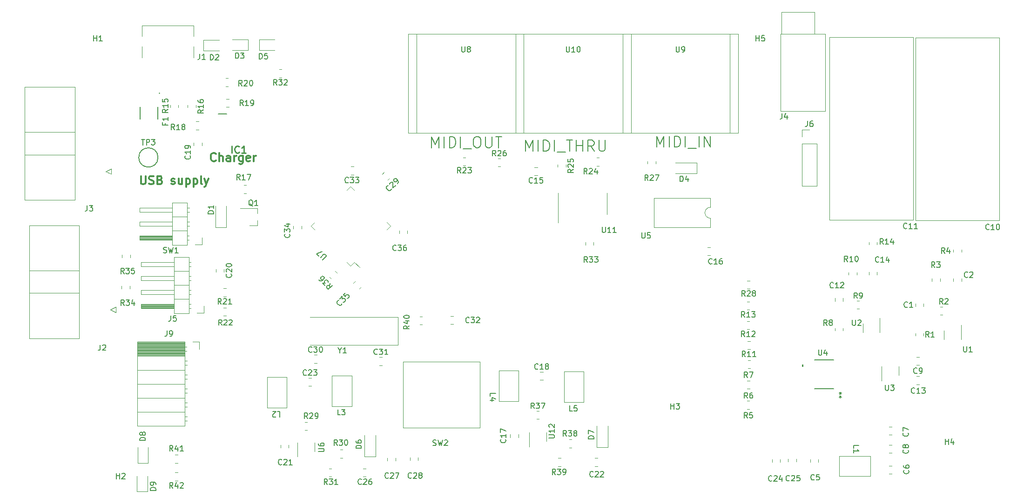
<source format=gbr>
%TF.GenerationSoftware,KiCad,Pcbnew,(6.0.0)*%
%TF.CreationDate,2023-05-12T18:21:32+02:00*%
%TF.ProjectId,main_func,6d61696e-5f66-4756-9e63-2e6b69636164,rev?*%
%TF.SameCoordinates,Original*%
%TF.FileFunction,Legend,Top*%
%TF.FilePolarity,Positive*%
%FSLAX46Y46*%
G04 Gerber Fmt 4.6, Leading zero omitted, Abs format (unit mm)*
G04 Created by KiCad (PCBNEW (6.0.0)) date 2023-05-12 18:21:32*
%MOMM*%
%LPD*%
G01*
G04 APERTURE LIST*
%ADD10C,0.300000*%
%ADD11C,0.150000*%
%ADD12C,0.254000*%
%ADD13C,0.120000*%
%ADD14C,0.127000*%
%ADD15C,0.152400*%
%ADD16C,0.200000*%
G04 APERTURE END LIST*
D10*
X76457142Y-67985714D02*
X76385714Y-68057142D01*
X76171428Y-68128571D01*
X76028571Y-68128571D01*
X75814285Y-68057142D01*
X75671428Y-67914285D01*
X75600000Y-67771428D01*
X75528571Y-67485714D01*
X75528571Y-67271428D01*
X75600000Y-66985714D01*
X75671428Y-66842857D01*
X75814285Y-66700000D01*
X76028571Y-66628571D01*
X76171428Y-66628571D01*
X76385714Y-66700000D01*
X76457142Y-66771428D01*
X77100000Y-68128571D02*
X77100000Y-66628571D01*
X77742857Y-68128571D02*
X77742857Y-67342857D01*
X77671428Y-67200000D01*
X77528571Y-67128571D01*
X77314285Y-67128571D01*
X77171428Y-67200000D01*
X77100000Y-67271428D01*
X79100000Y-68128571D02*
X79100000Y-67342857D01*
X79028571Y-67200000D01*
X78885714Y-67128571D01*
X78600000Y-67128571D01*
X78457142Y-67200000D01*
X79100000Y-68057142D02*
X78957142Y-68128571D01*
X78600000Y-68128571D01*
X78457142Y-68057142D01*
X78385714Y-67914285D01*
X78385714Y-67771428D01*
X78457142Y-67628571D01*
X78600000Y-67557142D01*
X78957142Y-67557142D01*
X79100000Y-67485714D01*
X79814285Y-68128571D02*
X79814285Y-67128571D01*
X79814285Y-67414285D02*
X79885714Y-67271428D01*
X79957142Y-67200000D01*
X80100000Y-67128571D01*
X80242857Y-67128571D01*
X81385714Y-67128571D02*
X81385714Y-68342857D01*
X81314285Y-68485714D01*
X81242857Y-68557142D01*
X81100000Y-68628571D01*
X80885714Y-68628571D01*
X80742857Y-68557142D01*
X81385714Y-68057142D02*
X81242857Y-68128571D01*
X80957142Y-68128571D01*
X80814285Y-68057142D01*
X80742857Y-67985714D01*
X80671428Y-67842857D01*
X80671428Y-67414285D01*
X80742857Y-67271428D01*
X80814285Y-67200000D01*
X80957142Y-67128571D01*
X81242857Y-67128571D01*
X81385714Y-67200000D01*
X82671428Y-68057142D02*
X82528571Y-68128571D01*
X82242857Y-68128571D01*
X82100000Y-68057142D01*
X82028571Y-67914285D01*
X82028571Y-67342857D01*
X82100000Y-67200000D01*
X82242857Y-67128571D01*
X82528571Y-67128571D01*
X82671428Y-67200000D01*
X82742857Y-67342857D01*
X82742857Y-67485714D01*
X82028571Y-67628571D01*
X83385714Y-68128571D02*
X83385714Y-67128571D01*
X83385714Y-67414285D02*
X83457142Y-67271428D01*
X83528571Y-67200000D01*
X83671428Y-67128571D01*
X83814285Y-67128571D01*
X62828571Y-70828571D02*
X62828571Y-72042857D01*
X62899999Y-72185714D01*
X62971428Y-72257142D01*
X63114285Y-72328571D01*
X63399999Y-72328571D01*
X63542857Y-72257142D01*
X63614285Y-72185714D01*
X63685714Y-72042857D01*
X63685714Y-70828571D01*
X64328571Y-72257142D02*
X64542857Y-72328571D01*
X64899999Y-72328571D01*
X65042857Y-72257142D01*
X65114285Y-72185714D01*
X65185714Y-72042857D01*
X65185714Y-71900000D01*
X65114285Y-71757142D01*
X65042857Y-71685714D01*
X64899999Y-71614285D01*
X64614285Y-71542857D01*
X64471428Y-71471428D01*
X64399999Y-71400000D01*
X64328571Y-71257142D01*
X64328571Y-71114285D01*
X64399999Y-70971428D01*
X64471428Y-70900000D01*
X64614285Y-70828571D01*
X64971428Y-70828571D01*
X65185714Y-70900000D01*
X66328571Y-71542857D02*
X66542857Y-71614285D01*
X66614285Y-71685714D01*
X66685714Y-71828571D01*
X66685714Y-72042857D01*
X66614285Y-72185714D01*
X66542857Y-72257142D01*
X66399999Y-72328571D01*
X65828571Y-72328571D01*
X65828571Y-70828571D01*
X66328571Y-70828571D01*
X66471428Y-70900000D01*
X66542857Y-70971428D01*
X66614285Y-71114285D01*
X66614285Y-71257142D01*
X66542857Y-71400000D01*
X66471428Y-71471428D01*
X66328571Y-71542857D01*
X65828571Y-71542857D01*
X68400000Y-72257142D02*
X68542857Y-72328571D01*
X68828571Y-72328571D01*
X68971428Y-72257142D01*
X69042857Y-72114285D01*
X69042857Y-72042857D01*
X68971428Y-71900000D01*
X68828571Y-71828571D01*
X68614285Y-71828571D01*
X68471428Y-71757142D01*
X68400000Y-71614285D01*
X68400000Y-71542857D01*
X68471428Y-71400000D01*
X68614285Y-71328571D01*
X68828571Y-71328571D01*
X68971428Y-71400000D01*
X70328571Y-71328571D02*
X70328571Y-72328571D01*
X69685714Y-71328571D02*
X69685714Y-72114285D01*
X69757142Y-72257142D01*
X69900000Y-72328571D01*
X70114285Y-72328571D01*
X70257142Y-72257142D01*
X70328571Y-72185714D01*
X71042857Y-71328571D02*
X71042857Y-72828571D01*
X71042857Y-71400000D02*
X71185714Y-71328571D01*
X71471428Y-71328571D01*
X71614285Y-71400000D01*
X71685714Y-71471428D01*
X71757142Y-71614285D01*
X71757142Y-72042857D01*
X71685714Y-72185714D01*
X71614285Y-72257142D01*
X71471428Y-72328571D01*
X71185714Y-72328571D01*
X71042857Y-72257142D01*
X72400000Y-71328571D02*
X72400000Y-72828571D01*
X72400000Y-71400000D02*
X72542857Y-71328571D01*
X72828571Y-71328571D01*
X72971428Y-71400000D01*
X73042857Y-71471428D01*
X73114285Y-71614285D01*
X73114285Y-72042857D01*
X73042857Y-72185714D01*
X72971428Y-72257142D01*
X72828571Y-72328571D01*
X72542857Y-72328571D01*
X72400000Y-72257142D01*
X73971428Y-72328571D02*
X73828571Y-72257142D01*
X73757142Y-72114285D01*
X73757142Y-70828571D01*
X74400000Y-71328571D02*
X74757142Y-72328571D01*
X75114285Y-71328571D02*
X74757142Y-72328571D01*
X74614285Y-72685714D01*
X74542857Y-72757142D01*
X74400000Y-72828571D01*
D11*
%TO.C,C10*%
X217117142Y-80507142D02*
X217069523Y-80554761D01*
X216926666Y-80602380D01*
X216831428Y-80602380D01*
X216688571Y-80554761D01*
X216593333Y-80459523D01*
X216545714Y-80364285D01*
X216498095Y-80173809D01*
X216498095Y-80030952D01*
X216545714Y-79840476D01*
X216593333Y-79745238D01*
X216688571Y-79650000D01*
X216831428Y-79602380D01*
X216926666Y-79602380D01*
X217069523Y-79650000D01*
X217117142Y-79697619D01*
X218069523Y-80602380D02*
X217498095Y-80602380D01*
X217783809Y-80602380D02*
X217783809Y-79602380D01*
X217688571Y-79745238D01*
X217593333Y-79840476D01*
X217498095Y-79888095D01*
X218688571Y-79602380D02*
X218783809Y-79602380D01*
X218879047Y-79650000D01*
X218926666Y-79697619D01*
X218974285Y-79792857D01*
X219021904Y-79983333D01*
X219021904Y-80221428D01*
X218974285Y-80411904D01*
X218926666Y-80507142D01*
X218879047Y-80554761D01*
X218783809Y-80602380D01*
X218688571Y-80602380D01*
X218593333Y-80554761D01*
X218545714Y-80507142D01*
X218498095Y-80411904D01*
X218450476Y-80221428D01*
X218450476Y-79983333D01*
X218498095Y-79792857D01*
X218545714Y-79697619D01*
X218593333Y-79650000D01*
X218688571Y-79602380D01*
%TO.C,C36*%
X109257142Y-84307142D02*
X109209523Y-84354761D01*
X109066666Y-84402380D01*
X108971428Y-84402380D01*
X108828571Y-84354761D01*
X108733333Y-84259523D01*
X108685714Y-84164285D01*
X108638095Y-83973809D01*
X108638095Y-83830952D01*
X108685714Y-83640476D01*
X108733333Y-83545238D01*
X108828571Y-83450000D01*
X108971428Y-83402380D01*
X109066666Y-83402380D01*
X109209523Y-83450000D01*
X109257142Y-83497619D01*
X109590476Y-83402380D02*
X110209523Y-83402380D01*
X109876190Y-83783333D01*
X110019047Y-83783333D01*
X110114285Y-83830952D01*
X110161904Y-83878571D01*
X110209523Y-83973809D01*
X110209523Y-84211904D01*
X110161904Y-84307142D01*
X110114285Y-84354761D01*
X110019047Y-84402380D01*
X109733333Y-84402380D01*
X109638095Y-84354761D01*
X109590476Y-84307142D01*
X111066666Y-83402380D02*
X110876190Y-83402380D01*
X110780952Y-83450000D01*
X110733333Y-83497619D01*
X110638095Y-83640476D01*
X110590476Y-83830952D01*
X110590476Y-84211904D01*
X110638095Y-84307142D01*
X110685714Y-84354761D01*
X110780952Y-84402380D01*
X110971428Y-84402380D01*
X111066666Y-84354761D01*
X111114285Y-84307142D01*
X111161904Y-84211904D01*
X111161904Y-83973809D01*
X111114285Y-83878571D01*
X111066666Y-83830952D01*
X110971428Y-83783333D01*
X110780952Y-83783333D01*
X110685714Y-83830952D01*
X110638095Y-83878571D01*
X110590476Y-83973809D01*
%TO.C,F1*%
X67228457Y-61183863D02*
X67228457Y-61517727D01*
X67753100Y-61517727D02*
X66751509Y-61517727D01*
X66751509Y-61040779D01*
X67753100Y-60134577D02*
X67753100Y-60706915D01*
X67753100Y-60420746D02*
X66751509Y-60420746D01*
X66894594Y-60516136D01*
X66989983Y-60611525D01*
X67037678Y-60706915D01*
%TO.C,R29*%
X93157142Y-115002380D02*
X92823809Y-114526190D01*
X92585714Y-115002380D02*
X92585714Y-114002380D01*
X92966666Y-114002380D01*
X93061904Y-114050000D01*
X93109523Y-114097619D01*
X93157142Y-114192857D01*
X93157142Y-114335714D01*
X93109523Y-114430952D01*
X93061904Y-114478571D01*
X92966666Y-114526190D01*
X92585714Y-114526190D01*
X93538095Y-114097619D02*
X93585714Y-114050000D01*
X93680952Y-114002380D01*
X93919047Y-114002380D01*
X94014285Y-114050000D01*
X94061904Y-114097619D01*
X94109523Y-114192857D01*
X94109523Y-114288095D01*
X94061904Y-114430952D01*
X93490476Y-115002380D01*
X94109523Y-115002380D01*
X94585714Y-115002380D02*
X94776190Y-115002380D01*
X94871428Y-114954761D01*
X94919047Y-114907142D01*
X95014285Y-114764285D01*
X95061904Y-114573809D01*
X95061904Y-114192857D01*
X95014285Y-114097619D01*
X94966666Y-114050000D01*
X94871428Y-114002380D01*
X94680952Y-114002380D01*
X94585714Y-114050000D01*
X94538095Y-114097619D01*
X94490476Y-114192857D01*
X94490476Y-114430952D01*
X94538095Y-114526190D01*
X94585714Y-114573809D01*
X94680952Y-114621428D01*
X94871428Y-114621428D01*
X94966666Y-114573809D01*
X95014285Y-114526190D01*
X95061904Y-114430952D01*
%TO.C,C2*%
X213223333Y-89207142D02*
X213175714Y-89254761D01*
X213032857Y-89302380D01*
X212937619Y-89302380D01*
X212794761Y-89254761D01*
X212699523Y-89159523D01*
X212651904Y-89064285D01*
X212604285Y-88873809D01*
X212604285Y-88730952D01*
X212651904Y-88540476D01*
X212699523Y-88445238D01*
X212794761Y-88350000D01*
X212937619Y-88302380D01*
X213032857Y-88302380D01*
X213175714Y-88350000D01*
X213223333Y-88397619D01*
X213604285Y-88397619D02*
X213651904Y-88350000D01*
X213747142Y-88302380D01*
X213985238Y-88302380D01*
X214080476Y-88350000D01*
X214128095Y-88397619D01*
X214175714Y-88492857D01*
X214175714Y-88588095D01*
X214128095Y-88730952D01*
X213556666Y-89302380D01*
X214175714Y-89302380D01*
%TO.C,R19*%
X81457142Y-58002380D02*
X81123809Y-57526190D01*
X80885714Y-58002380D02*
X80885714Y-57002380D01*
X81266666Y-57002380D01*
X81361904Y-57050000D01*
X81409523Y-57097619D01*
X81457142Y-57192857D01*
X81457142Y-57335714D01*
X81409523Y-57430952D01*
X81361904Y-57478571D01*
X81266666Y-57526190D01*
X80885714Y-57526190D01*
X82409523Y-58002380D02*
X81838095Y-58002380D01*
X82123809Y-58002380D02*
X82123809Y-57002380D01*
X82028571Y-57145238D01*
X81933333Y-57240476D01*
X81838095Y-57288095D01*
X82885714Y-58002380D02*
X83076190Y-58002380D01*
X83171428Y-57954761D01*
X83219047Y-57907142D01*
X83314285Y-57764285D01*
X83361904Y-57573809D01*
X83361904Y-57192857D01*
X83314285Y-57097619D01*
X83266666Y-57050000D01*
X83171428Y-57002380D01*
X82980952Y-57002380D01*
X82885714Y-57050000D01*
X82838095Y-57097619D01*
X82790476Y-57192857D01*
X82790476Y-57430952D01*
X82838095Y-57526190D01*
X82885714Y-57573809D01*
X82980952Y-57621428D01*
X83171428Y-57621428D01*
X83266666Y-57573809D01*
X83314285Y-57526190D01*
X83361904Y-57430952D01*
%TO.C,R16*%
X74202380Y-58792857D02*
X73726190Y-59126190D01*
X74202380Y-59364285D02*
X73202380Y-59364285D01*
X73202380Y-58983333D01*
X73250000Y-58888095D01*
X73297619Y-58840476D01*
X73392857Y-58792857D01*
X73535714Y-58792857D01*
X73630952Y-58840476D01*
X73678571Y-58888095D01*
X73726190Y-58983333D01*
X73726190Y-59364285D01*
X74202380Y-57840476D02*
X74202380Y-58411904D01*
X74202380Y-58126190D02*
X73202380Y-58126190D01*
X73345238Y-58221428D01*
X73440476Y-58316666D01*
X73488095Y-58411904D01*
X73202380Y-56983333D02*
X73202380Y-57173809D01*
X73250000Y-57269047D01*
X73297619Y-57316666D01*
X73440476Y-57411904D01*
X73630952Y-57459523D01*
X74011904Y-57459523D01*
X74107142Y-57411904D01*
X74154761Y-57364285D01*
X74202380Y-57269047D01*
X74202380Y-57078571D01*
X74154761Y-56983333D01*
X74107142Y-56935714D01*
X74011904Y-56888095D01*
X73773809Y-56888095D01*
X73678571Y-56935714D01*
X73630952Y-56983333D01*
X73583333Y-57078571D01*
X73583333Y-57269047D01*
X73630952Y-57364285D01*
X73678571Y-57411904D01*
X73773809Y-57459523D01*
%TO.C,H4*%
X209158095Y-119692380D02*
X209158095Y-118692380D01*
X209158095Y-119168571D02*
X209729523Y-119168571D01*
X209729523Y-119692380D02*
X209729523Y-118692380D01*
X210634285Y-119025714D02*
X210634285Y-119692380D01*
X210396190Y-118644761D02*
X210158095Y-119359047D01*
X210777142Y-119359047D01*
%TO.C,C12*%
X188787142Y-91107142D02*
X188739523Y-91154761D01*
X188596666Y-91202380D01*
X188501428Y-91202380D01*
X188358571Y-91154761D01*
X188263333Y-91059523D01*
X188215714Y-90964285D01*
X188168095Y-90773809D01*
X188168095Y-90630952D01*
X188215714Y-90440476D01*
X188263333Y-90345238D01*
X188358571Y-90250000D01*
X188501428Y-90202380D01*
X188596666Y-90202380D01*
X188739523Y-90250000D01*
X188787142Y-90297619D01*
X189739523Y-91202380D02*
X189168095Y-91202380D01*
X189453809Y-91202380D02*
X189453809Y-90202380D01*
X189358571Y-90345238D01*
X189263333Y-90440476D01*
X189168095Y-90488095D01*
X190120476Y-90297619D02*
X190168095Y-90250000D01*
X190263333Y-90202380D01*
X190501428Y-90202380D01*
X190596666Y-90250000D01*
X190644285Y-90297619D01*
X190691904Y-90392857D01*
X190691904Y-90488095D01*
X190644285Y-90630952D01*
X190072857Y-91202380D01*
X190691904Y-91202380D01*
%TO.C,R33*%
X144067142Y-86532380D02*
X143733809Y-86056190D01*
X143495714Y-86532380D02*
X143495714Y-85532380D01*
X143876666Y-85532380D01*
X143971904Y-85580000D01*
X144019523Y-85627619D01*
X144067142Y-85722857D01*
X144067142Y-85865714D01*
X144019523Y-85960952D01*
X143971904Y-86008571D01*
X143876666Y-86056190D01*
X143495714Y-86056190D01*
X144400476Y-85532380D02*
X145019523Y-85532380D01*
X144686190Y-85913333D01*
X144829047Y-85913333D01*
X144924285Y-85960952D01*
X144971904Y-86008571D01*
X145019523Y-86103809D01*
X145019523Y-86341904D01*
X144971904Y-86437142D01*
X144924285Y-86484761D01*
X144829047Y-86532380D01*
X144543333Y-86532380D01*
X144448095Y-86484761D01*
X144400476Y-86437142D01*
X145352857Y-85532380D02*
X145971904Y-85532380D01*
X145638571Y-85913333D01*
X145781428Y-85913333D01*
X145876666Y-85960952D01*
X145924285Y-86008571D01*
X145971904Y-86103809D01*
X145971904Y-86341904D01*
X145924285Y-86437142D01*
X145876666Y-86484761D01*
X145781428Y-86532380D01*
X145495714Y-86532380D01*
X145400476Y-86484761D01*
X145352857Y-86437142D01*
%TO.C,R34*%
X59807142Y-94362380D02*
X59473809Y-93886190D01*
X59235714Y-94362380D02*
X59235714Y-93362380D01*
X59616666Y-93362380D01*
X59711904Y-93410000D01*
X59759523Y-93457619D01*
X59807142Y-93552857D01*
X59807142Y-93695714D01*
X59759523Y-93790952D01*
X59711904Y-93838571D01*
X59616666Y-93886190D01*
X59235714Y-93886190D01*
X60140476Y-93362380D02*
X60759523Y-93362380D01*
X60426190Y-93743333D01*
X60569047Y-93743333D01*
X60664285Y-93790952D01*
X60711904Y-93838571D01*
X60759523Y-93933809D01*
X60759523Y-94171904D01*
X60711904Y-94267142D01*
X60664285Y-94314761D01*
X60569047Y-94362380D01*
X60283333Y-94362380D01*
X60188095Y-94314761D01*
X60140476Y-94267142D01*
X61616666Y-93695714D02*
X61616666Y-94362380D01*
X61378571Y-93314761D02*
X61140476Y-94029047D01*
X61759523Y-94029047D01*
%TO.C,J9*%
X67586666Y-99007380D02*
X67586666Y-99721666D01*
X67539047Y-99864523D01*
X67443809Y-99959761D01*
X67300952Y-100007380D01*
X67205714Y-100007380D01*
X68110476Y-100007380D02*
X68300952Y-100007380D01*
X68396190Y-99959761D01*
X68443809Y-99912142D01*
X68539047Y-99769285D01*
X68586666Y-99578809D01*
X68586666Y-99197857D01*
X68539047Y-99102619D01*
X68491428Y-99055000D01*
X68396190Y-99007380D01*
X68205714Y-99007380D01*
X68110476Y-99055000D01*
X68062857Y-99102619D01*
X68015238Y-99197857D01*
X68015238Y-99435952D01*
X68062857Y-99531190D01*
X68110476Y-99578809D01*
X68205714Y-99626428D01*
X68396190Y-99626428D01*
X68491428Y-99578809D01*
X68539047Y-99531190D01*
X68586666Y-99435952D01*
%TO.C,C11*%
X202177142Y-80307142D02*
X202129523Y-80354761D01*
X201986666Y-80402380D01*
X201891428Y-80402380D01*
X201748571Y-80354761D01*
X201653333Y-80259523D01*
X201605714Y-80164285D01*
X201558095Y-79973809D01*
X201558095Y-79830952D01*
X201605714Y-79640476D01*
X201653333Y-79545238D01*
X201748571Y-79450000D01*
X201891428Y-79402380D01*
X201986666Y-79402380D01*
X202129523Y-79450000D01*
X202177142Y-79497619D01*
X203129523Y-80402380D02*
X202558095Y-80402380D01*
X202843809Y-80402380D02*
X202843809Y-79402380D01*
X202748571Y-79545238D01*
X202653333Y-79640476D01*
X202558095Y-79688095D01*
X204081904Y-80402380D02*
X203510476Y-80402380D01*
X203796190Y-80402380D02*
X203796190Y-79402380D01*
X203700952Y-79545238D01*
X203605714Y-79640476D01*
X203510476Y-79688095D01*
%TO.C,C14*%
X197047142Y-86427142D02*
X196999523Y-86474761D01*
X196856666Y-86522380D01*
X196761428Y-86522380D01*
X196618571Y-86474761D01*
X196523333Y-86379523D01*
X196475714Y-86284285D01*
X196428095Y-86093809D01*
X196428095Y-85950952D01*
X196475714Y-85760476D01*
X196523333Y-85665238D01*
X196618571Y-85570000D01*
X196761428Y-85522380D01*
X196856666Y-85522380D01*
X196999523Y-85570000D01*
X197047142Y-85617619D01*
X197999523Y-86522380D02*
X197428095Y-86522380D01*
X197713809Y-86522380D02*
X197713809Y-85522380D01*
X197618571Y-85665238D01*
X197523333Y-85760476D01*
X197428095Y-85808095D01*
X198856666Y-85855714D02*
X198856666Y-86522380D01*
X198618571Y-85474761D02*
X198380476Y-86189047D01*
X198999523Y-86189047D01*
%TO.C,U8*%
X121198095Y-47262380D02*
X121198095Y-48071904D01*
X121245714Y-48167142D01*
X121293333Y-48214761D01*
X121388571Y-48262380D01*
X121579047Y-48262380D01*
X121674285Y-48214761D01*
X121721904Y-48167142D01*
X121769523Y-48071904D01*
X121769523Y-47262380D01*
X122388571Y-47690952D02*
X122293333Y-47643333D01*
X122245714Y-47595714D01*
X122198095Y-47500476D01*
X122198095Y-47452857D01*
X122245714Y-47357619D01*
X122293333Y-47310000D01*
X122388571Y-47262380D01*
X122579047Y-47262380D01*
X122674285Y-47310000D01*
X122721904Y-47357619D01*
X122769523Y-47452857D01*
X122769523Y-47500476D01*
X122721904Y-47595714D01*
X122674285Y-47643333D01*
X122579047Y-47690952D01*
X122388571Y-47690952D01*
X122293333Y-47738571D01*
X122245714Y-47786190D01*
X122198095Y-47881428D01*
X122198095Y-48071904D01*
X122245714Y-48167142D01*
X122293333Y-48214761D01*
X122388571Y-48262380D01*
X122579047Y-48262380D01*
X122674285Y-48214761D01*
X122721904Y-48167142D01*
X122769523Y-48071904D01*
X122769523Y-47881428D01*
X122721904Y-47786190D01*
X122674285Y-47738571D01*
X122579047Y-47690952D01*
X115721904Y-65664761D02*
X115721904Y-63664761D01*
X116388571Y-65093333D01*
X117055238Y-63664761D01*
X117055238Y-65664761D01*
X118007619Y-65664761D02*
X118007619Y-63664761D01*
X118960000Y-65664761D02*
X118960000Y-63664761D01*
X119436190Y-63664761D01*
X119721904Y-63760000D01*
X119912380Y-63950476D01*
X120007619Y-64140952D01*
X120102857Y-64521904D01*
X120102857Y-64807619D01*
X120007619Y-65188571D01*
X119912380Y-65379047D01*
X119721904Y-65569523D01*
X119436190Y-65664761D01*
X118960000Y-65664761D01*
X120960000Y-65664761D02*
X120960000Y-63664761D01*
X121436190Y-65855238D02*
X122960000Y-65855238D01*
X123817142Y-63664761D02*
X124198095Y-63664761D01*
X124388571Y-63760000D01*
X124579047Y-63950476D01*
X124674285Y-64331428D01*
X124674285Y-64998095D01*
X124579047Y-65379047D01*
X124388571Y-65569523D01*
X124198095Y-65664761D01*
X123817142Y-65664761D01*
X123626666Y-65569523D01*
X123436190Y-65379047D01*
X123340952Y-64998095D01*
X123340952Y-64331428D01*
X123436190Y-63950476D01*
X123626666Y-63760000D01*
X123817142Y-63664761D01*
X125531428Y-63664761D02*
X125531428Y-65283809D01*
X125626666Y-65474285D01*
X125721904Y-65569523D01*
X125912380Y-65664761D01*
X126293333Y-65664761D01*
X126483809Y-65569523D01*
X126579047Y-65474285D01*
X126674285Y-65283809D01*
X126674285Y-63664761D01*
X127340952Y-63664761D02*
X128483809Y-63664761D01*
X127912380Y-65664761D02*
X127912380Y-63664761D01*
%TO.C,C31*%
X105857142Y-103227142D02*
X105809523Y-103274761D01*
X105666666Y-103322380D01*
X105571428Y-103322380D01*
X105428571Y-103274761D01*
X105333333Y-103179523D01*
X105285714Y-103084285D01*
X105238095Y-102893809D01*
X105238095Y-102750952D01*
X105285714Y-102560476D01*
X105333333Y-102465238D01*
X105428571Y-102370000D01*
X105571428Y-102322380D01*
X105666666Y-102322380D01*
X105809523Y-102370000D01*
X105857142Y-102417619D01*
X106190476Y-102322380D02*
X106809523Y-102322380D01*
X106476190Y-102703333D01*
X106619047Y-102703333D01*
X106714285Y-102750952D01*
X106761904Y-102798571D01*
X106809523Y-102893809D01*
X106809523Y-103131904D01*
X106761904Y-103227142D01*
X106714285Y-103274761D01*
X106619047Y-103322380D01*
X106333333Y-103322380D01*
X106238095Y-103274761D01*
X106190476Y-103227142D01*
X107761904Y-103322380D02*
X107190476Y-103322380D01*
X107476190Y-103322380D02*
X107476190Y-102322380D01*
X107380952Y-102465238D01*
X107285714Y-102560476D01*
X107190476Y-102608095D01*
%TO.C,R13*%
X172667142Y-96532380D02*
X172333809Y-96056190D01*
X172095714Y-96532380D02*
X172095714Y-95532380D01*
X172476666Y-95532380D01*
X172571904Y-95580000D01*
X172619523Y-95627619D01*
X172667142Y-95722857D01*
X172667142Y-95865714D01*
X172619523Y-95960952D01*
X172571904Y-96008571D01*
X172476666Y-96056190D01*
X172095714Y-96056190D01*
X173619523Y-96532380D02*
X173048095Y-96532380D01*
X173333809Y-96532380D02*
X173333809Y-95532380D01*
X173238571Y-95675238D01*
X173143333Y-95770476D01*
X173048095Y-95818095D01*
X173952857Y-95532380D02*
X174571904Y-95532380D01*
X174238571Y-95913333D01*
X174381428Y-95913333D01*
X174476666Y-95960952D01*
X174524285Y-96008571D01*
X174571904Y-96103809D01*
X174571904Y-96341904D01*
X174524285Y-96437142D01*
X174476666Y-96484761D01*
X174381428Y-96532380D01*
X174095714Y-96532380D01*
X174000476Y-96484761D01*
X173952857Y-96437142D01*
%TO.C,R11*%
X172797142Y-103732380D02*
X172463809Y-103256190D01*
X172225714Y-103732380D02*
X172225714Y-102732380D01*
X172606666Y-102732380D01*
X172701904Y-102780000D01*
X172749523Y-102827619D01*
X172797142Y-102922857D01*
X172797142Y-103065714D01*
X172749523Y-103160952D01*
X172701904Y-103208571D01*
X172606666Y-103256190D01*
X172225714Y-103256190D01*
X173749523Y-103732380D02*
X173178095Y-103732380D01*
X173463809Y-103732380D02*
X173463809Y-102732380D01*
X173368571Y-102875238D01*
X173273333Y-102970476D01*
X173178095Y-103018095D01*
X174701904Y-103732380D02*
X174130476Y-103732380D01*
X174416190Y-103732380D02*
X174416190Y-102732380D01*
X174320952Y-102875238D01*
X174225714Y-102970476D01*
X174130476Y-103018095D01*
%TO.C,H2*%
X58388095Y-125942380D02*
X58388095Y-124942380D01*
X58388095Y-125418571D02*
X58959523Y-125418571D01*
X58959523Y-125942380D02*
X58959523Y-124942380D01*
X59388095Y-125037619D02*
X59435714Y-124990000D01*
X59530952Y-124942380D01*
X59769047Y-124942380D01*
X59864285Y-124990000D01*
X59911904Y-125037619D01*
X59959523Y-125132857D01*
X59959523Y-125228095D01*
X59911904Y-125370952D01*
X59340476Y-125942380D01*
X59959523Y-125942380D01*
%TO.C,U3*%
X198268095Y-108862380D02*
X198268095Y-109671904D01*
X198315714Y-109767142D01*
X198363333Y-109814761D01*
X198458571Y-109862380D01*
X198649047Y-109862380D01*
X198744285Y-109814761D01*
X198791904Y-109767142D01*
X198839523Y-109671904D01*
X198839523Y-108862380D01*
X199220476Y-108862380D02*
X199839523Y-108862380D01*
X199506190Y-109243333D01*
X199649047Y-109243333D01*
X199744285Y-109290952D01*
X199791904Y-109338571D01*
X199839523Y-109433809D01*
X199839523Y-109671904D01*
X199791904Y-109767142D01*
X199744285Y-109814761D01*
X199649047Y-109862380D01*
X199363333Y-109862380D01*
X199268095Y-109814761D01*
X199220476Y-109767142D01*
%TO.C,C33*%
X100586431Y-71974909D02*
X100538812Y-72022528D01*
X100395955Y-72070147D01*
X100300717Y-72070147D01*
X100157860Y-72022528D01*
X100062622Y-71927290D01*
X100015003Y-71832052D01*
X99967384Y-71641576D01*
X99967384Y-71498719D01*
X100015003Y-71308243D01*
X100062622Y-71213005D01*
X100157860Y-71117767D01*
X100300717Y-71070147D01*
X100395955Y-71070147D01*
X100538812Y-71117767D01*
X100586431Y-71165386D01*
X100919765Y-71070147D02*
X101538812Y-71070147D01*
X101205479Y-71451100D01*
X101348336Y-71451100D01*
X101443574Y-71498719D01*
X101491193Y-71546338D01*
X101538812Y-71641576D01*
X101538812Y-71879671D01*
X101491193Y-71974909D01*
X101443574Y-72022528D01*
X101348336Y-72070147D01*
X101062622Y-72070147D01*
X100967384Y-72022528D01*
X100919765Y-71974909D01*
X101872146Y-71070147D02*
X102491193Y-71070147D01*
X102157860Y-71451100D01*
X102300717Y-71451100D01*
X102395955Y-71498719D01*
X102443574Y-71546338D01*
X102491193Y-71641576D01*
X102491193Y-71879671D01*
X102443574Y-71974909D01*
X102395955Y-72022528D01*
X102300717Y-72070147D01*
X102015003Y-72070147D01*
X101919765Y-72022528D01*
X101872146Y-71974909D01*
%TO.C,C35*%
X99397969Y-94057106D02*
X99397969Y-94124450D01*
X99330625Y-94259137D01*
X99263282Y-94326480D01*
X99128595Y-94393824D01*
X98993908Y-94393824D01*
X98892893Y-94360152D01*
X98724534Y-94259137D01*
X98623519Y-94158122D01*
X98522503Y-93989763D01*
X98488832Y-93888748D01*
X98488832Y-93754061D01*
X98556175Y-93619374D01*
X98623519Y-93552030D01*
X98758206Y-93484687D01*
X98825549Y-93484687D01*
X98993908Y-93181641D02*
X99431641Y-92743908D01*
X99465312Y-93248984D01*
X99566328Y-93147969D01*
X99667343Y-93114297D01*
X99734687Y-93114297D01*
X99835702Y-93147969D01*
X100004061Y-93316328D01*
X100037732Y-93417343D01*
X100037732Y-93484687D01*
X100004061Y-93585702D01*
X99802030Y-93787732D01*
X99701015Y-93821404D01*
X99633671Y-93821404D01*
X100071404Y-92104145D02*
X99734687Y-92440862D01*
X100037732Y-92811251D01*
X100037732Y-92743908D01*
X100071404Y-92642893D01*
X100239763Y-92474534D01*
X100340778Y-92440862D01*
X100408122Y-92440862D01*
X100509137Y-92474534D01*
X100677496Y-92642893D01*
X100711167Y-92743908D01*
X100711167Y-92811251D01*
X100677496Y-92912267D01*
X100509137Y-93080625D01*
X100408122Y-93114297D01*
X100340778Y-93114297D01*
%TO.C,R28*%
X172727142Y-92712380D02*
X172393809Y-92236190D01*
X172155714Y-92712380D02*
X172155714Y-91712380D01*
X172536666Y-91712380D01*
X172631904Y-91760000D01*
X172679523Y-91807619D01*
X172727142Y-91902857D01*
X172727142Y-92045714D01*
X172679523Y-92140952D01*
X172631904Y-92188571D01*
X172536666Y-92236190D01*
X172155714Y-92236190D01*
X173108095Y-91807619D02*
X173155714Y-91760000D01*
X173250952Y-91712380D01*
X173489047Y-91712380D01*
X173584285Y-91760000D01*
X173631904Y-91807619D01*
X173679523Y-91902857D01*
X173679523Y-91998095D01*
X173631904Y-92140952D01*
X173060476Y-92712380D01*
X173679523Y-92712380D01*
X174250952Y-92140952D02*
X174155714Y-92093333D01*
X174108095Y-92045714D01*
X174060476Y-91950476D01*
X174060476Y-91902857D01*
X174108095Y-91807619D01*
X174155714Y-91760000D01*
X174250952Y-91712380D01*
X174441428Y-91712380D01*
X174536666Y-91760000D01*
X174584285Y-91807619D01*
X174631904Y-91902857D01*
X174631904Y-91950476D01*
X174584285Y-92045714D01*
X174536666Y-92093333D01*
X174441428Y-92140952D01*
X174250952Y-92140952D01*
X174155714Y-92188571D01*
X174108095Y-92236190D01*
X174060476Y-92331428D01*
X174060476Y-92521904D01*
X174108095Y-92617142D01*
X174155714Y-92664761D01*
X174250952Y-92712380D01*
X174441428Y-92712380D01*
X174536666Y-92664761D01*
X174584285Y-92617142D01*
X174631904Y-92521904D01*
X174631904Y-92331428D01*
X174584285Y-92236190D01*
X174536666Y-92188571D01*
X174441428Y-92140952D01*
%TO.C,D5*%
X84361904Y-49502380D02*
X84361904Y-48502380D01*
X84600000Y-48502380D01*
X84742857Y-48550000D01*
X84838095Y-48645238D01*
X84885714Y-48740476D01*
X84933333Y-48930952D01*
X84933333Y-49073809D01*
X84885714Y-49264285D01*
X84838095Y-49359523D01*
X84742857Y-49454761D01*
X84600000Y-49502380D01*
X84361904Y-49502380D01*
X85838095Y-48502380D02*
X85361904Y-48502380D01*
X85314285Y-48978571D01*
X85361904Y-48930952D01*
X85457142Y-48883333D01*
X85695238Y-48883333D01*
X85790476Y-48930952D01*
X85838095Y-48978571D01*
X85885714Y-49073809D01*
X85885714Y-49311904D01*
X85838095Y-49407142D01*
X85790476Y-49454761D01*
X85695238Y-49502380D01*
X85457142Y-49502380D01*
X85361904Y-49454761D01*
X85314285Y-49407142D01*
%TO.C,L5*%
X141343334Y-113639879D02*
X140867143Y-113639879D01*
X140867143Y-112639879D01*
X142152858Y-112639879D02*
X141676667Y-112639879D01*
X141629048Y-113116070D01*
X141676667Y-113068451D01*
X141771905Y-113020832D01*
X142010001Y-113020832D01*
X142105239Y-113068451D01*
X142152858Y-113116070D01*
X142200477Y-113211308D01*
X142200477Y-113449403D01*
X142152858Y-113544641D01*
X142105239Y-113592260D01*
X142010001Y-113639879D01*
X141771905Y-113639879D01*
X141676667Y-113592260D01*
X141629048Y-113544641D01*
%TO.C,R14*%
X197867142Y-83242380D02*
X197533809Y-82766190D01*
X197295714Y-83242380D02*
X197295714Y-82242380D01*
X197676666Y-82242380D01*
X197771904Y-82290000D01*
X197819523Y-82337619D01*
X197867142Y-82432857D01*
X197867142Y-82575714D01*
X197819523Y-82670952D01*
X197771904Y-82718571D01*
X197676666Y-82766190D01*
X197295714Y-82766190D01*
X198819523Y-83242380D02*
X198248095Y-83242380D01*
X198533809Y-83242380D02*
X198533809Y-82242380D01*
X198438571Y-82385238D01*
X198343333Y-82480476D01*
X198248095Y-82528095D01*
X199676666Y-82575714D02*
X199676666Y-83242380D01*
X199438571Y-82194761D02*
X199200476Y-82909047D01*
X199819523Y-82909047D01*
%TO.C,D1*%
X76052380Y-77688095D02*
X75052380Y-77688095D01*
X75052380Y-77450000D01*
X75100000Y-77307142D01*
X75195238Y-77211904D01*
X75290476Y-77164285D01*
X75480952Y-77116666D01*
X75623809Y-77116666D01*
X75814285Y-77164285D01*
X75909523Y-77211904D01*
X76004761Y-77307142D01*
X76052380Y-77450000D01*
X76052380Y-77688095D01*
X76052380Y-76164285D02*
X76052380Y-76735714D01*
X76052380Y-76450000D02*
X75052380Y-76450000D01*
X75195238Y-76545238D01*
X75290476Y-76640476D01*
X75338095Y-76735714D01*
%TO.C,R20*%
X81257142Y-54402380D02*
X80923809Y-53926190D01*
X80685714Y-54402380D02*
X80685714Y-53402380D01*
X81066666Y-53402380D01*
X81161904Y-53450000D01*
X81209523Y-53497619D01*
X81257142Y-53592857D01*
X81257142Y-53735714D01*
X81209523Y-53830952D01*
X81161904Y-53878571D01*
X81066666Y-53926190D01*
X80685714Y-53926190D01*
X81638095Y-53497619D02*
X81685714Y-53450000D01*
X81780952Y-53402380D01*
X82019047Y-53402380D01*
X82114285Y-53450000D01*
X82161904Y-53497619D01*
X82209523Y-53592857D01*
X82209523Y-53688095D01*
X82161904Y-53830952D01*
X81590476Y-54402380D01*
X82209523Y-54402380D01*
X82828571Y-53402380D02*
X82923809Y-53402380D01*
X83019047Y-53450000D01*
X83066666Y-53497619D01*
X83114285Y-53592857D01*
X83161904Y-53783333D01*
X83161904Y-54021428D01*
X83114285Y-54211904D01*
X83066666Y-54307142D01*
X83019047Y-54354761D01*
X82923809Y-54402380D01*
X82828571Y-54402380D01*
X82733333Y-54354761D01*
X82685714Y-54307142D01*
X82638095Y-54211904D01*
X82590476Y-54021428D01*
X82590476Y-53783333D01*
X82638095Y-53592857D01*
X82685714Y-53497619D01*
X82733333Y-53450000D01*
X82828571Y-53402380D01*
%TO.C,H1*%
X54238095Y-46252380D02*
X54238095Y-45252380D01*
X54238095Y-45728571D02*
X54809523Y-45728571D01*
X54809523Y-46252380D02*
X54809523Y-45252380D01*
X55809523Y-46252380D02*
X55238095Y-46252380D01*
X55523809Y-46252380D02*
X55523809Y-45252380D01*
X55428571Y-45395238D01*
X55333333Y-45490476D01*
X55238095Y-45538095D01*
%TO.C,C22*%
X145099642Y-125514643D02*
X145052023Y-125562262D01*
X144909166Y-125609881D01*
X144813928Y-125609881D01*
X144671071Y-125562262D01*
X144575833Y-125467024D01*
X144528214Y-125371786D01*
X144480595Y-125181310D01*
X144480595Y-125038453D01*
X144528214Y-124847977D01*
X144575833Y-124752739D01*
X144671071Y-124657501D01*
X144813928Y-124609881D01*
X144909166Y-124609881D01*
X145052023Y-124657501D01*
X145099642Y-124705120D01*
X145480595Y-124705120D02*
X145528214Y-124657501D01*
X145623452Y-124609881D01*
X145861547Y-124609881D01*
X145956785Y-124657501D01*
X146004404Y-124705120D01*
X146052023Y-124800358D01*
X146052023Y-124895596D01*
X146004404Y-125038453D01*
X145432976Y-125609881D01*
X146052023Y-125609881D01*
X146432976Y-124705120D02*
X146480595Y-124657501D01*
X146575833Y-124609881D01*
X146813928Y-124609881D01*
X146909166Y-124657501D01*
X146956785Y-124705120D01*
X147004404Y-124800358D01*
X147004404Y-124895596D01*
X146956785Y-125038453D01*
X146385357Y-125609881D01*
X147004404Y-125609881D01*
%TO.C,TP3*%
X62938095Y-64152380D02*
X63509523Y-64152380D01*
X63223809Y-65152380D02*
X63223809Y-64152380D01*
X63842857Y-65152380D02*
X63842857Y-64152380D01*
X64223809Y-64152380D01*
X64319047Y-64200000D01*
X64366666Y-64247619D01*
X64414285Y-64342857D01*
X64414285Y-64485714D01*
X64366666Y-64580952D01*
X64319047Y-64628571D01*
X64223809Y-64676190D01*
X63842857Y-64676190D01*
X64747619Y-64152380D02*
X65366666Y-64152380D01*
X65033333Y-64533333D01*
X65176190Y-64533333D01*
X65271428Y-64580952D01*
X65319047Y-64628571D01*
X65366666Y-64723809D01*
X65366666Y-64961904D01*
X65319047Y-65057142D01*
X65271428Y-65104761D01*
X65176190Y-65152380D01*
X64890476Y-65152380D01*
X64795238Y-65104761D01*
X64747619Y-65057142D01*
%TO.C,C18*%
X135077143Y-105924641D02*
X135029524Y-105972260D01*
X134886667Y-106019879D01*
X134791429Y-106019879D01*
X134648572Y-105972260D01*
X134553334Y-105877022D01*
X134505715Y-105781784D01*
X134458096Y-105591308D01*
X134458096Y-105448451D01*
X134505715Y-105257975D01*
X134553334Y-105162737D01*
X134648572Y-105067499D01*
X134791429Y-105019879D01*
X134886667Y-105019879D01*
X135029524Y-105067499D01*
X135077143Y-105115118D01*
X136029524Y-106019879D02*
X135458096Y-106019879D01*
X135743810Y-106019879D02*
X135743810Y-105019879D01*
X135648572Y-105162737D01*
X135553334Y-105257975D01*
X135458096Y-105305594D01*
X136600953Y-105448451D02*
X136505715Y-105400832D01*
X136458096Y-105353213D01*
X136410477Y-105257975D01*
X136410477Y-105210356D01*
X136458096Y-105115118D01*
X136505715Y-105067499D01*
X136600953Y-105019879D01*
X136791429Y-105019879D01*
X136886667Y-105067499D01*
X136934286Y-105115118D01*
X136981905Y-105210356D01*
X136981905Y-105257975D01*
X136934286Y-105353213D01*
X136886667Y-105400832D01*
X136791429Y-105448451D01*
X136600953Y-105448451D01*
X136505715Y-105496070D01*
X136458096Y-105543689D01*
X136410477Y-105638927D01*
X136410477Y-105829403D01*
X136458096Y-105924641D01*
X136505715Y-105972260D01*
X136600953Y-106019879D01*
X136791429Y-106019879D01*
X136886667Y-105972260D01*
X136934286Y-105924641D01*
X136981905Y-105829403D01*
X136981905Y-105638927D01*
X136934286Y-105543689D01*
X136886667Y-105496070D01*
X136791429Y-105448451D01*
%TO.C,L3*%
X99123333Y-114342380D02*
X98647142Y-114342380D01*
X98647142Y-113342380D01*
X99361428Y-113342380D02*
X99980476Y-113342380D01*
X99647142Y-113723333D01*
X99790000Y-113723333D01*
X99885238Y-113770952D01*
X99932857Y-113818571D01*
X99980476Y-113913809D01*
X99980476Y-114151904D01*
X99932857Y-114247142D01*
X99885238Y-114294761D01*
X99790000Y-114342380D01*
X99504285Y-114342380D01*
X99409047Y-114294761D01*
X99361428Y-114247142D01*
%TO.C,C23*%
X92957142Y-107027142D02*
X92909523Y-107074761D01*
X92766666Y-107122380D01*
X92671428Y-107122380D01*
X92528571Y-107074761D01*
X92433333Y-106979523D01*
X92385714Y-106884285D01*
X92338095Y-106693809D01*
X92338095Y-106550952D01*
X92385714Y-106360476D01*
X92433333Y-106265238D01*
X92528571Y-106170000D01*
X92671428Y-106122380D01*
X92766666Y-106122380D01*
X92909523Y-106170000D01*
X92957142Y-106217619D01*
X93338095Y-106217619D02*
X93385714Y-106170000D01*
X93480952Y-106122380D01*
X93719047Y-106122380D01*
X93814285Y-106170000D01*
X93861904Y-106217619D01*
X93909523Y-106312857D01*
X93909523Y-106408095D01*
X93861904Y-106550952D01*
X93290476Y-107122380D01*
X93909523Y-107122380D01*
X94242857Y-106122380D02*
X94861904Y-106122380D01*
X94528571Y-106503333D01*
X94671428Y-106503333D01*
X94766666Y-106550952D01*
X94814285Y-106598571D01*
X94861904Y-106693809D01*
X94861904Y-106931904D01*
X94814285Y-107027142D01*
X94766666Y-107074761D01*
X94671428Y-107122380D01*
X94385714Y-107122380D01*
X94290476Y-107074761D01*
X94242857Y-107027142D01*
%TO.C,R18*%
X68957142Y-62402380D02*
X68623809Y-61926190D01*
X68385714Y-62402380D02*
X68385714Y-61402380D01*
X68766666Y-61402380D01*
X68861904Y-61450000D01*
X68909523Y-61497619D01*
X68957142Y-61592857D01*
X68957142Y-61735714D01*
X68909523Y-61830952D01*
X68861904Y-61878571D01*
X68766666Y-61926190D01*
X68385714Y-61926190D01*
X69909523Y-62402380D02*
X69338095Y-62402380D01*
X69623809Y-62402380D02*
X69623809Y-61402380D01*
X69528571Y-61545238D01*
X69433333Y-61640476D01*
X69338095Y-61688095D01*
X70480952Y-61830952D02*
X70385714Y-61783333D01*
X70338095Y-61735714D01*
X70290476Y-61640476D01*
X70290476Y-61592857D01*
X70338095Y-61497619D01*
X70385714Y-61450000D01*
X70480952Y-61402380D01*
X70671428Y-61402380D01*
X70766666Y-61450000D01*
X70814285Y-61497619D01*
X70861904Y-61592857D01*
X70861904Y-61640476D01*
X70814285Y-61735714D01*
X70766666Y-61783333D01*
X70671428Y-61830952D01*
X70480952Y-61830952D01*
X70385714Y-61878571D01*
X70338095Y-61926190D01*
X70290476Y-62021428D01*
X70290476Y-62211904D01*
X70338095Y-62307142D01*
X70385714Y-62354761D01*
X70480952Y-62402380D01*
X70671428Y-62402380D01*
X70766666Y-62354761D01*
X70814285Y-62307142D01*
X70861904Y-62211904D01*
X70861904Y-62021428D01*
X70814285Y-61926190D01*
X70766666Y-61878571D01*
X70671428Y-61830952D01*
%TO.C,U11*%
X146751904Y-80112380D02*
X146751904Y-80921904D01*
X146799523Y-81017142D01*
X146847142Y-81064761D01*
X146942380Y-81112380D01*
X147132857Y-81112380D01*
X147228095Y-81064761D01*
X147275714Y-81017142D01*
X147323333Y-80921904D01*
X147323333Y-80112380D01*
X148323333Y-81112380D02*
X147751904Y-81112380D01*
X148037619Y-81112380D02*
X148037619Y-80112380D01*
X147942380Y-80255238D01*
X147847142Y-80350476D01*
X147751904Y-80398095D01*
X149275714Y-81112380D02*
X148704285Y-81112380D01*
X148990000Y-81112380D02*
X148990000Y-80112380D01*
X148894761Y-80255238D01*
X148799523Y-80350476D01*
X148704285Y-80398095D01*
%TO.C,R37*%
X134377142Y-113149880D02*
X134043809Y-112673690D01*
X133805714Y-113149880D02*
X133805714Y-112149880D01*
X134186666Y-112149880D01*
X134281904Y-112197500D01*
X134329523Y-112245119D01*
X134377142Y-112340357D01*
X134377142Y-112483214D01*
X134329523Y-112578452D01*
X134281904Y-112626071D01*
X134186666Y-112673690D01*
X133805714Y-112673690D01*
X134710476Y-112149880D02*
X135329523Y-112149880D01*
X134996190Y-112530833D01*
X135139047Y-112530833D01*
X135234285Y-112578452D01*
X135281904Y-112626071D01*
X135329523Y-112721309D01*
X135329523Y-112959404D01*
X135281904Y-113054642D01*
X135234285Y-113102261D01*
X135139047Y-113149880D01*
X134853333Y-113149880D01*
X134758095Y-113102261D01*
X134710476Y-113054642D01*
X135662857Y-112149880D02*
X136329523Y-112149880D01*
X135900952Y-113149880D01*
%TO.C,U4*%
X186098095Y-102462380D02*
X186098095Y-103271904D01*
X186145714Y-103367142D01*
X186193333Y-103414761D01*
X186288571Y-103462380D01*
X186479047Y-103462380D01*
X186574285Y-103414761D01*
X186621904Y-103367142D01*
X186669523Y-103271904D01*
X186669523Y-102462380D01*
X187574285Y-102795714D02*
X187574285Y-103462380D01*
X187336190Y-102414761D02*
X187098095Y-103129047D01*
X187717142Y-103129047D01*
X190065350Y-110142680D02*
X190065350Y-110380776D01*
X189827254Y-110285538D02*
X190065350Y-110380776D01*
X190303445Y-110285538D01*
X189922492Y-110571252D02*
X190065350Y-110380776D01*
X190208207Y-110571252D01*
X190065350Y-111237919D02*
X190065350Y-110999823D01*
X190303445Y-111095061D02*
X190065350Y-110999823D01*
X189827254Y-111095061D01*
X190208207Y-110809347D02*
X190065350Y-110999823D01*
X189922492Y-110809347D01*
%TO.C,R32*%
X87557142Y-54252380D02*
X87223809Y-53776190D01*
X86985714Y-54252380D02*
X86985714Y-53252380D01*
X87366666Y-53252380D01*
X87461904Y-53300000D01*
X87509523Y-53347619D01*
X87557142Y-53442857D01*
X87557142Y-53585714D01*
X87509523Y-53680952D01*
X87461904Y-53728571D01*
X87366666Y-53776190D01*
X86985714Y-53776190D01*
X87890476Y-53252380D02*
X88509523Y-53252380D01*
X88176190Y-53633333D01*
X88319047Y-53633333D01*
X88414285Y-53680952D01*
X88461904Y-53728571D01*
X88509523Y-53823809D01*
X88509523Y-54061904D01*
X88461904Y-54157142D01*
X88414285Y-54204761D01*
X88319047Y-54252380D01*
X88033333Y-54252380D01*
X87938095Y-54204761D01*
X87890476Y-54157142D01*
X88890476Y-53347619D02*
X88938095Y-53300000D01*
X89033333Y-53252380D01*
X89271428Y-53252380D01*
X89366666Y-53300000D01*
X89414285Y-53347619D01*
X89461904Y-53442857D01*
X89461904Y-53538095D01*
X89414285Y-53680952D01*
X88842857Y-54252380D01*
X89461904Y-54252380D01*
%TO.C,D8*%
X63652380Y-118988095D02*
X62652380Y-118988095D01*
X62652380Y-118750000D01*
X62700000Y-118607142D01*
X62795238Y-118511904D01*
X62890476Y-118464285D01*
X63080952Y-118416666D01*
X63223809Y-118416666D01*
X63414285Y-118464285D01*
X63509523Y-118511904D01*
X63604761Y-118607142D01*
X63652380Y-118750000D01*
X63652380Y-118988095D01*
X63080952Y-117845238D02*
X63033333Y-117940476D01*
X62985714Y-117988095D01*
X62890476Y-118035714D01*
X62842857Y-118035714D01*
X62747619Y-117988095D01*
X62700000Y-117940476D01*
X62652380Y-117845238D01*
X62652380Y-117654761D01*
X62700000Y-117559523D01*
X62747619Y-117511904D01*
X62842857Y-117464285D01*
X62890476Y-117464285D01*
X62985714Y-117511904D01*
X63033333Y-117559523D01*
X63080952Y-117654761D01*
X63080952Y-117845238D01*
X63128571Y-117940476D01*
X63176190Y-117988095D01*
X63271428Y-118035714D01*
X63461904Y-118035714D01*
X63557142Y-117988095D01*
X63604761Y-117940476D01*
X63652380Y-117845238D01*
X63652380Y-117654761D01*
X63604761Y-117559523D01*
X63557142Y-117511904D01*
X63461904Y-117464285D01*
X63271428Y-117464285D01*
X63176190Y-117511904D01*
X63128571Y-117559523D01*
X63080952Y-117654761D01*
%TO.C,R10*%
X191397142Y-86412380D02*
X191063809Y-85936190D01*
X190825714Y-86412380D02*
X190825714Y-85412380D01*
X191206666Y-85412380D01*
X191301904Y-85460000D01*
X191349523Y-85507619D01*
X191397142Y-85602857D01*
X191397142Y-85745714D01*
X191349523Y-85840952D01*
X191301904Y-85888571D01*
X191206666Y-85936190D01*
X190825714Y-85936190D01*
X192349523Y-86412380D02*
X191778095Y-86412380D01*
X192063809Y-86412380D02*
X192063809Y-85412380D01*
X191968571Y-85555238D01*
X191873333Y-85650476D01*
X191778095Y-85698095D01*
X192968571Y-85412380D02*
X193063809Y-85412380D01*
X193159047Y-85460000D01*
X193206666Y-85507619D01*
X193254285Y-85602857D01*
X193301904Y-85793333D01*
X193301904Y-86031428D01*
X193254285Y-86221904D01*
X193206666Y-86317142D01*
X193159047Y-86364761D01*
X193063809Y-86412380D01*
X192968571Y-86412380D01*
X192873333Y-86364761D01*
X192825714Y-86317142D01*
X192778095Y-86221904D01*
X192730476Y-86031428D01*
X192730476Y-85793333D01*
X192778095Y-85602857D01*
X192825714Y-85507619D01*
X192873333Y-85460000D01*
X192968571Y-85412380D01*
%TO.C,R6*%
X173193333Y-111282380D02*
X172860000Y-110806190D01*
X172621904Y-111282380D02*
X172621904Y-110282380D01*
X173002857Y-110282380D01*
X173098095Y-110330000D01*
X173145714Y-110377619D01*
X173193333Y-110472857D01*
X173193333Y-110615714D01*
X173145714Y-110710952D01*
X173098095Y-110758571D01*
X173002857Y-110806190D01*
X172621904Y-110806190D01*
X174050476Y-110282380D02*
X173860000Y-110282380D01*
X173764761Y-110330000D01*
X173717142Y-110377619D01*
X173621904Y-110520476D01*
X173574285Y-110710952D01*
X173574285Y-111091904D01*
X173621904Y-111187142D01*
X173669523Y-111234761D01*
X173764761Y-111282380D01*
X173955238Y-111282380D01*
X174050476Y-111234761D01*
X174098095Y-111187142D01*
X174145714Y-111091904D01*
X174145714Y-110853809D01*
X174098095Y-110758571D01*
X174050476Y-110710952D01*
X173955238Y-110663333D01*
X173764761Y-110663333D01*
X173669523Y-110710952D01*
X173621904Y-110758571D01*
X173574285Y-110853809D01*
%TO.C,U12*%
X137072381Y-118535593D02*
X137881905Y-118535593D01*
X137977143Y-118487974D01*
X138024762Y-118440355D01*
X138072381Y-118345117D01*
X138072381Y-118154640D01*
X138024762Y-118059402D01*
X137977143Y-118011783D01*
X137881905Y-117964164D01*
X137072381Y-117964164D01*
X138072381Y-116964164D02*
X138072381Y-117535593D01*
X138072381Y-117249878D02*
X137072381Y-117249878D01*
X137215239Y-117345117D01*
X137310477Y-117440355D01*
X137358096Y-117535593D01*
X137167620Y-116583212D02*
X137120001Y-116535593D01*
X137072381Y-116440355D01*
X137072381Y-116202259D01*
X137120001Y-116107021D01*
X137167620Y-116059402D01*
X137262858Y-116011783D01*
X137358096Y-116011783D01*
X137500953Y-116059402D01*
X138072381Y-116630831D01*
X138072381Y-116011783D01*
%TO.C,R31*%
X96757142Y-127002380D02*
X96423809Y-126526190D01*
X96185714Y-127002380D02*
X96185714Y-126002380D01*
X96566666Y-126002380D01*
X96661904Y-126050000D01*
X96709523Y-126097619D01*
X96757142Y-126192857D01*
X96757142Y-126335714D01*
X96709523Y-126430952D01*
X96661904Y-126478571D01*
X96566666Y-126526190D01*
X96185714Y-126526190D01*
X97090476Y-126002380D02*
X97709523Y-126002380D01*
X97376190Y-126383333D01*
X97519047Y-126383333D01*
X97614285Y-126430952D01*
X97661904Y-126478571D01*
X97709523Y-126573809D01*
X97709523Y-126811904D01*
X97661904Y-126907142D01*
X97614285Y-126954761D01*
X97519047Y-127002380D01*
X97233333Y-127002380D01*
X97138095Y-126954761D01*
X97090476Y-126907142D01*
X98661904Y-127002380D02*
X98090476Y-127002380D01*
X98376190Y-127002380D02*
X98376190Y-126002380D01*
X98280952Y-126145238D01*
X98185714Y-126240476D01*
X98090476Y-126288095D01*
%TO.C,C1*%
X202283333Y-94657142D02*
X202235714Y-94704761D01*
X202092857Y-94752380D01*
X201997619Y-94752380D01*
X201854761Y-94704761D01*
X201759523Y-94609523D01*
X201711904Y-94514285D01*
X201664285Y-94323809D01*
X201664285Y-94180952D01*
X201711904Y-93990476D01*
X201759523Y-93895238D01*
X201854761Y-93800000D01*
X201997619Y-93752380D01*
X202092857Y-93752380D01*
X202235714Y-93800000D01*
X202283333Y-93847619D01*
X203235714Y-94752380D02*
X202664285Y-94752380D01*
X202950000Y-94752380D02*
X202950000Y-93752380D01*
X202854761Y-93895238D01*
X202759523Y-93990476D01*
X202664285Y-94038095D01*
%TO.C,C25*%
X180807142Y-126257142D02*
X180759523Y-126304761D01*
X180616666Y-126352380D01*
X180521428Y-126352380D01*
X180378571Y-126304761D01*
X180283333Y-126209523D01*
X180235714Y-126114285D01*
X180188095Y-125923809D01*
X180188095Y-125780952D01*
X180235714Y-125590476D01*
X180283333Y-125495238D01*
X180378571Y-125400000D01*
X180521428Y-125352380D01*
X180616666Y-125352380D01*
X180759523Y-125400000D01*
X180807142Y-125447619D01*
X181188095Y-125447619D02*
X181235714Y-125400000D01*
X181330952Y-125352380D01*
X181569047Y-125352380D01*
X181664285Y-125400000D01*
X181711904Y-125447619D01*
X181759523Y-125542857D01*
X181759523Y-125638095D01*
X181711904Y-125780952D01*
X181140476Y-126352380D01*
X181759523Y-126352380D01*
X182664285Y-125352380D02*
X182188095Y-125352380D01*
X182140476Y-125828571D01*
X182188095Y-125780952D01*
X182283333Y-125733333D01*
X182521428Y-125733333D01*
X182616666Y-125780952D01*
X182664285Y-125828571D01*
X182711904Y-125923809D01*
X182711904Y-126161904D01*
X182664285Y-126257142D01*
X182616666Y-126304761D01*
X182521428Y-126352380D01*
X182283333Y-126352380D01*
X182188095Y-126304761D01*
X182140476Y-126257142D01*
%TO.C,U1*%
X212478095Y-101842380D02*
X212478095Y-102651904D01*
X212525714Y-102747142D01*
X212573333Y-102794761D01*
X212668571Y-102842380D01*
X212859047Y-102842380D01*
X212954285Y-102794761D01*
X213001904Y-102747142D01*
X213049523Y-102651904D01*
X213049523Y-101842380D01*
X214049523Y-102842380D02*
X213478095Y-102842380D01*
X213763809Y-102842380D02*
X213763809Y-101842380D01*
X213668571Y-101985238D01*
X213573333Y-102080476D01*
X213478095Y-102128095D01*
%TO.C,Q1*%
X83204761Y-76297619D02*
X83109523Y-76250000D01*
X83014285Y-76154761D01*
X82871428Y-76011904D01*
X82776190Y-75964285D01*
X82680952Y-75964285D01*
X82728571Y-76202380D02*
X82633333Y-76154761D01*
X82538095Y-76059523D01*
X82490476Y-75869047D01*
X82490476Y-75535714D01*
X82538095Y-75345238D01*
X82633333Y-75250000D01*
X82728571Y-75202380D01*
X82919047Y-75202380D01*
X83014285Y-75250000D01*
X83109523Y-75345238D01*
X83157142Y-75535714D01*
X83157142Y-75869047D01*
X83109523Y-76059523D01*
X83014285Y-76154761D01*
X82919047Y-76202380D01*
X82728571Y-76202380D01*
X84109523Y-76202380D02*
X83538095Y-76202380D01*
X83823809Y-76202380D02*
X83823809Y-75202380D01*
X83728571Y-75345238D01*
X83633333Y-75440476D01*
X83538095Y-75488095D01*
%TO.C,U10*%
X140221904Y-47262380D02*
X140221904Y-48071904D01*
X140269523Y-48167142D01*
X140317142Y-48214761D01*
X140412380Y-48262380D01*
X140602857Y-48262380D01*
X140698095Y-48214761D01*
X140745714Y-48167142D01*
X140793333Y-48071904D01*
X140793333Y-47262380D01*
X141793333Y-48262380D02*
X141221904Y-48262380D01*
X141507619Y-48262380D02*
X141507619Y-47262380D01*
X141412380Y-47405238D01*
X141317142Y-47500476D01*
X141221904Y-47548095D01*
X142412380Y-47262380D02*
X142507619Y-47262380D01*
X142602857Y-47310000D01*
X142650476Y-47357619D01*
X142698095Y-47452857D01*
X142745714Y-47643333D01*
X142745714Y-47881428D01*
X142698095Y-48071904D01*
X142650476Y-48167142D01*
X142602857Y-48214761D01*
X142507619Y-48262380D01*
X142412380Y-48262380D01*
X142317142Y-48214761D01*
X142269523Y-48167142D01*
X142221904Y-48071904D01*
X142174285Y-47881428D01*
X142174285Y-47643333D01*
X142221904Y-47452857D01*
X142269523Y-47357619D01*
X142317142Y-47310000D01*
X142412380Y-47262380D01*
X132811904Y-66294761D02*
X132811904Y-64294761D01*
X133478571Y-65723333D01*
X134145238Y-64294761D01*
X134145238Y-66294761D01*
X135097619Y-66294761D02*
X135097619Y-64294761D01*
X136050000Y-66294761D02*
X136050000Y-64294761D01*
X136526190Y-64294761D01*
X136811904Y-64390000D01*
X137002380Y-64580476D01*
X137097619Y-64770952D01*
X137192857Y-65151904D01*
X137192857Y-65437619D01*
X137097619Y-65818571D01*
X137002380Y-66009047D01*
X136811904Y-66199523D01*
X136526190Y-66294761D01*
X136050000Y-66294761D01*
X138050000Y-66294761D02*
X138050000Y-64294761D01*
X138526190Y-66485238D02*
X140050000Y-66485238D01*
X140240476Y-64294761D02*
X141383333Y-64294761D01*
X140811904Y-66294761D02*
X140811904Y-64294761D01*
X142050000Y-66294761D02*
X142050000Y-64294761D01*
X142050000Y-65247142D02*
X143192857Y-65247142D01*
X143192857Y-66294761D02*
X143192857Y-64294761D01*
X145288095Y-66294761D02*
X144621428Y-65342380D01*
X144145238Y-66294761D02*
X144145238Y-64294761D01*
X144907142Y-64294761D01*
X145097619Y-64390000D01*
X145192857Y-64485238D01*
X145288095Y-64675714D01*
X145288095Y-64961428D01*
X145192857Y-65151904D01*
X145097619Y-65247142D01*
X144907142Y-65342380D01*
X144145238Y-65342380D01*
X146145238Y-64294761D02*
X146145238Y-65913809D01*
X146240476Y-66104285D01*
X146335714Y-66199523D01*
X146526190Y-66294761D01*
X146907142Y-66294761D01*
X147097619Y-66199523D01*
X147192857Y-66104285D01*
X147288095Y-65913809D01*
X147288095Y-64294761D01*
%TO.C,J2*%
X55441667Y-101573380D02*
X55441667Y-102287666D01*
X55394048Y-102430523D01*
X55298810Y-102525761D01*
X55155953Y-102573380D01*
X55060715Y-102573380D01*
X55870239Y-101668619D02*
X55917858Y-101621000D01*
X56013096Y-101573380D01*
X56251191Y-101573380D01*
X56346429Y-101621000D01*
X56394048Y-101668619D01*
X56441667Y-101763857D01*
X56441667Y-101859095D01*
X56394048Y-102001952D01*
X55822620Y-102573380D01*
X56441667Y-102573380D01*
%TO.C,H5*%
X174738095Y-46252380D02*
X174738095Y-45252380D01*
X174738095Y-45728571D02*
X175309523Y-45728571D01*
X175309523Y-46252380D02*
X175309523Y-45252380D01*
X176261904Y-45252380D02*
X175785714Y-45252380D01*
X175738095Y-45728571D01*
X175785714Y-45680952D01*
X175880952Y-45633333D01*
X176119047Y-45633333D01*
X176214285Y-45680952D01*
X176261904Y-45728571D01*
X176309523Y-45823809D01*
X176309523Y-46061904D01*
X176261904Y-46157142D01*
X176214285Y-46204761D01*
X176119047Y-46252380D01*
X175880952Y-46252380D01*
X175785714Y-46204761D01*
X175738095Y-46157142D01*
%TO.C,R27*%
X155107142Y-71632380D02*
X154773809Y-71156190D01*
X154535714Y-71632380D02*
X154535714Y-70632380D01*
X154916666Y-70632380D01*
X155011904Y-70680000D01*
X155059523Y-70727619D01*
X155107142Y-70822857D01*
X155107142Y-70965714D01*
X155059523Y-71060952D01*
X155011904Y-71108571D01*
X154916666Y-71156190D01*
X154535714Y-71156190D01*
X155488095Y-70727619D02*
X155535714Y-70680000D01*
X155630952Y-70632380D01*
X155869047Y-70632380D01*
X155964285Y-70680000D01*
X156011904Y-70727619D01*
X156059523Y-70822857D01*
X156059523Y-70918095D01*
X156011904Y-71060952D01*
X155440476Y-71632380D01*
X156059523Y-71632380D01*
X156392857Y-70632380D02*
X157059523Y-70632380D01*
X156630952Y-71632380D01*
%TO.C,U9*%
X160198095Y-47262380D02*
X160198095Y-48071904D01*
X160245714Y-48167142D01*
X160293333Y-48214761D01*
X160388571Y-48262380D01*
X160579047Y-48262380D01*
X160674285Y-48214761D01*
X160721904Y-48167142D01*
X160769523Y-48071904D01*
X160769523Y-47262380D01*
X161293333Y-48262380D02*
X161483809Y-48262380D01*
X161579047Y-48214761D01*
X161626666Y-48167142D01*
X161721904Y-48024285D01*
X161769523Y-47833809D01*
X161769523Y-47452857D01*
X161721904Y-47357619D01*
X161674285Y-47310000D01*
X161579047Y-47262380D01*
X161388571Y-47262380D01*
X161293333Y-47310000D01*
X161245714Y-47357619D01*
X161198095Y-47452857D01*
X161198095Y-47690952D01*
X161245714Y-47786190D01*
X161293333Y-47833809D01*
X161388571Y-47881428D01*
X161579047Y-47881428D01*
X161674285Y-47833809D01*
X161721904Y-47786190D01*
X161769523Y-47690952D01*
X156635238Y-65564761D02*
X156635238Y-63564761D01*
X157301904Y-64993333D01*
X157968571Y-63564761D01*
X157968571Y-65564761D01*
X158920952Y-65564761D02*
X158920952Y-63564761D01*
X159873333Y-65564761D02*
X159873333Y-63564761D01*
X160349523Y-63564761D01*
X160635238Y-63660000D01*
X160825714Y-63850476D01*
X160920952Y-64040952D01*
X161016190Y-64421904D01*
X161016190Y-64707619D01*
X160920952Y-65088571D01*
X160825714Y-65279047D01*
X160635238Y-65469523D01*
X160349523Y-65564761D01*
X159873333Y-65564761D01*
X161873333Y-65564761D02*
X161873333Y-63564761D01*
X162349523Y-65755238D02*
X163873333Y-65755238D01*
X164349523Y-65564761D02*
X164349523Y-63564761D01*
X165301904Y-65564761D02*
X165301904Y-63564761D01*
X166444761Y-65564761D01*
X166444761Y-63564761D01*
%TO.C,R26*%
X127387142Y-67172380D02*
X127053809Y-66696190D01*
X126815714Y-67172380D02*
X126815714Y-66172380D01*
X127196666Y-66172380D01*
X127291904Y-66220000D01*
X127339523Y-66267619D01*
X127387142Y-66362857D01*
X127387142Y-66505714D01*
X127339523Y-66600952D01*
X127291904Y-66648571D01*
X127196666Y-66696190D01*
X126815714Y-66696190D01*
X127768095Y-66267619D02*
X127815714Y-66220000D01*
X127910952Y-66172380D01*
X128149047Y-66172380D01*
X128244285Y-66220000D01*
X128291904Y-66267619D01*
X128339523Y-66362857D01*
X128339523Y-66458095D01*
X128291904Y-66600952D01*
X127720476Y-67172380D01*
X128339523Y-67172380D01*
X129196666Y-66172380D02*
X129006190Y-66172380D01*
X128910952Y-66220000D01*
X128863333Y-66267619D01*
X128768095Y-66410476D01*
X128720476Y-66600952D01*
X128720476Y-66981904D01*
X128768095Y-67077142D01*
X128815714Y-67124761D01*
X128910952Y-67172380D01*
X129101428Y-67172380D01*
X129196666Y-67124761D01*
X129244285Y-67077142D01*
X129291904Y-66981904D01*
X129291904Y-66743809D01*
X129244285Y-66648571D01*
X129196666Y-66600952D01*
X129101428Y-66553333D01*
X128910952Y-66553333D01*
X128815714Y-66600952D01*
X128768095Y-66648571D01*
X128720476Y-66743809D01*
%TO.C,C7*%
X202359642Y-117606665D02*
X202407261Y-117654284D01*
X202454880Y-117797141D01*
X202454880Y-117892379D01*
X202407261Y-118035237D01*
X202312023Y-118130475D01*
X202216785Y-118178094D01*
X202026309Y-118225713D01*
X201883452Y-118225713D01*
X201692976Y-118178094D01*
X201597738Y-118130475D01*
X201502500Y-118035237D01*
X201454880Y-117892379D01*
X201454880Y-117797141D01*
X201502500Y-117654284D01*
X201550119Y-117606665D01*
X201454880Y-117273332D02*
X201454880Y-116606665D01*
X202454880Y-117035237D01*
%TO.C,C8*%
X202359644Y-120706667D02*
X202407263Y-120754286D01*
X202454882Y-120897143D01*
X202454882Y-120992381D01*
X202407263Y-121135239D01*
X202312025Y-121230477D01*
X202216787Y-121278096D01*
X202026311Y-121325715D01*
X201883454Y-121325715D01*
X201692978Y-121278096D01*
X201597740Y-121230477D01*
X201502502Y-121135239D01*
X201454882Y-120992381D01*
X201454882Y-120897143D01*
X201502502Y-120754286D01*
X201550121Y-120706667D01*
X201883454Y-120135239D02*
X201835835Y-120230477D01*
X201788216Y-120278096D01*
X201692978Y-120325715D01*
X201645359Y-120325715D01*
X201550121Y-120278096D01*
X201502502Y-120230477D01*
X201454882Y-120135239D01*
X201454882Y-119944762D01*
X201502502Y-119849524D01*
X201550121Y-119801905D01*
X201645359Y-119754286D01*
X201692978Y-119754286D01*
X201788216Y-119801905D01*
X201835835Y-119849524D01*
X201883454Y-119944762D01*
X201883454Y-120135239D01*
X201931073Y-120230477D01*
X201978692Y-120278096D01*
X202073930Y-120325715D01*
X202264406Y-120325715D01*
X202359644Y-120278096D01*
X202407263Y-120230477D01*
X202454882Y-120135239D01*
X202454882Y-119944762D01*
X202407263Y-119849524D01*
X202359644Y-119801905D01*
X202264406Y-119754286D01*
X202073930Y-119754286D01*
X201978692Y-119801905D01*
X201931073Y-119849524D01*
X201883454Y-119944762D01*
%TO.C,C13*%
X203597142Y-110297142D02*
X203549523Y-110344761D01*
X203406666Y-110392380D01*
X203311428Y-110392380D01*
X203168571Y-110344761D01*
X203073333Y-110249523D01*
X203025714Y-110154285D01*
X202978095Y-109963809D01*
X202978095Y-109820952D01*
X203025714Y-109630476D01*
X203073333Y-109535238D01*
X203168571Y-109440000D01*
X203311428Y-109392380D01*
X203406666Y-109392380D01*
X203549523Y-109440000D01*
X203597142Y-109487619D01*
X204549523Y-110392380D02*
X203978095Y-110392380D01*
X204263809Y-110392380D02*
X204263809Y-109392380D01*
X204168571Y-109535238D01*
X204073333Y-109630476D01*
X203978095Y-109678095D01*
X204882857Y-109392380D02*
X205501904Y-109392380D01*
X205168571Y-109773333D01*
X205311428Y-109773333D01*
X205406666Y-109820952D01*
X205454285Y-109868571D01*
X205501904Y-109963809D01*
X205501904Y-110201904D01*
X205454285Y-110297142D01*
X205406666Y-110344761D01*
X205311428Y-110392380D01*
X205025714Y-110392380D01*
X204930476Y-110344761D01*
X204882857Y-110297142D01*
%TO.C,U5*%
X153948095Y-81152380D02*
X153948095Y-81961904D01*
X153995714Y-82057142D01*
X154043333Y-82104761D01*
X154138571Y-82152380D01*
X154329047Y-82152380D01*
X154424285Y-82104761D01*
X154471904Y-82057142D01*
X154519523Y-81961904D01*
X154519523Y-81152380D01*
X155471904Y-81152380D02*
X154995714Y-81152380D01*
X154948095Y-81628571D01*
X154995714Y-81580952D01*
X155090952Y-81533333D01*
X155329047Y-81533333D01*
X155424285Y-81580952D01*
X155471904Y-81628571D01*
X155519523Y-81723809D01*
X155519523Y-81961904D01*
X155471904Y-82057142D01*
X155424285Y-82104761D01*
X155329047Y-82152380D01*
X155090952Y-82152380D01*
X154995714Y-82104761D01*
X154948095Y-82057142D01*
%TO.C,R5*%
X173163333Y-114892380D02*
X172830000Y-114416190D01*
X172591904Y-114892380D02*
X172591904Y-113892380D01*
X172972857Y-113892380D01*
X173068095Y-113940000D01*
X173115714Y-113987619D01*
X173163333Y-114082857D01*
X173163333Y-114225714D01*
X173115714Y-114320952D01*
X173068095Y-114368571D01*
X172972857Y-114416190D01*
X172591904Y-114416190D01*
X174068095Y-113892380D02*
X173591904Y-113892380D01*
X173544285Y-114368571D01*
X173591904Y-114320952D01*
X173687142Y-114273333D01*
X173925238Y-114273333D01*
X174020476Y-114320952D01*
X174068095Y-114368571D01*
X174115714Y-114463809D01*
X174115714Y-114701904D01*
X174068095Y-114797142D01*
X174020476Y-114844761D01*
X173925238Y-114892380D01*
X173687142Y-114892380D01*
X173591904Y-114844761D01*
X173544285Y-114797142D01*
%TO.C,H3*%
X159238095Y-113252380D02*
X159238095Y-112252380D01*
X159238095Y-112728571D02*
X159809523Y-112728571D01*
X159809523Y-113252380D02*
X159809523Y-112252380D01*
X160190476Y-112252380D02*
X160809523Y-112252380D01*
X160476190Y-112633333D01*
X160619047Y-112633333D01*
X160714285Y-112680952D01*
X160761904Y-112728571D01*
X160809523Y-112823809D01*
X160809523Y-113061904D01*
X160761904Y-113157142D01*
X160714285Y-113204761D01*
X160619047Y-113252380D01*
X160333333Y-113252380D01*
X160238095Y-113204761D01*
X160190476Y-113157142D01*
%TO.C,C30*%
X93957142Y-102827142D02*
X93909523Y-102874761D01*
X93766666Y-102922380D01*
X93671428Y-102922380D01*
X93528571Y-102874761D01*
X93433333Y-102779523D01*
X93385714Y-102684285D01*
X93338095Y-102493809D01*
X93338095Y-102350952D01*
X93385714Y-102160476D01*
X93433333Y-102065238D01*
X93528571Y-101970000D01*
X93671428Y-101922380D01*
X93766666Y-101922380D01*
X93909523Y-101970000D01*
X93957142Y-102017619D01*
X94290476Y-101922380D02*
X94909523Y-101922380D01*
X94576190Y-102303333D01*
X94719047Y-102303333D01*
X94814285Y-102350952D01*
X94861904Y-102398571D01*
X94909523Y-102493809D01*
X94909523Y-102731904D01*
X94861904Y-102827142D01*
X94814285Y-102874761D01*
X94719047Y-102922380D01*
X94433333Y-102922380D01*
X94338095Y-102874761D01*
X94290476Y-102827142D01*
X95528571Y-101922380D02*
X95623809Y-101922380D01*
X95719047Y-101970000D01*
X95766666Y-102017619D01*
X95814285Y-102112857D01*
X95861904Y-102303333D01*
X95861904Y-102541428D01*
X95814285Y-102731904D01*
X95766666Y-102827142D01*
X95719047Y-102874761D01*
X95623809Y-102922380D01*
X95528571Y-102922380D01*
X95433333Y-102874761D01*
X95385714Y-102827142D01*
X95338095Y-102731904D01*
X95290476Y-102541428D01*
X95290476Y-102303333D01*
X95338095Y-102112857D01*
X95385714Y-102017619D01*
X95433333Y-101970000D01*
X95528571Y-101922380D01*
%TO.C,J1*%
X73546666Y-48582380D02*
X73546666Y-49296666D01*
X73499047Y-49439523D01*
X73403809Y-49534761D01*
X73260952Y-49582380D01*
X73165714Y-49582380D01*
X74546666Y-49582380D02*
X73975238Y-49582380D01*
X74260952Y-49582380D02*
X74260952Y-48582380D01*
X74165714Y-48725238D01*
X74070476Y-48820476D01*
X73975238Y-48868095D01*
%TO.C,D4*%
X160931904Y-71832380D02*
X160931904Y-70832380D01*
X161170000Y-70832380D01*
X161312857Y-70880000D01*
X161408095Y-70975238D01*
X161455714Y-71070476D01*
X161503333Y-71260952D01*
X161503333Y-71403809D01*
X161455714Y-71594285D01*
X161408095Y-71689523D01*
X161312857Y-71784761D01*
X161170000Y-71832380D01*
X160931904Y-71832380D01*
X162360476Y-71165714D02*
X162360476Y-71832380D01*
X162122380Y-70784761D02*
X161884285Y-71499047D01*
X162503333Y-71499047D01*
%TO.C,R8*%
X187663333Y-98022380D02*
X187330000Y-97546190D01*
X187091904Y-98022380D02*
X187091904Y-97022380D01*
X187472857Y-97022380D01*
X187568095Y-97070000D01*
X187615714Y-97117619D01*
X187663333Y-97212857D01*
X187663333Y-97355714D01*
X187615714Y-97450952D01*
X187568095Y-97498571D01*
X187472857Y-97546190D01*
X187091904Y-97546190D01*
X188234761Y-97450952D02*
X188139523Y-97403333D01*
X188091904Y-97355714D01*
X188044285Y-97260476D01*
X188044285Y-97212857D01*
X188091904Y-97117619D01*
X188139523Y-97070000D01*
X188234761Y-97022380D01*
X188425238Y-97022380D01*
X188520476Y-97070000D01*
X188568095Y-97117619D01*
X188615714Y-97212857D01*
X188615714Y-97260476D01*
X188568095Y-97355714D01*
X188520476Y-97403333D01*
X188425238Y-97450952D01*
X188234761Y-97450952D01*
X188139523Y-97498571D01*
X188091904Y-97546190D01*
X188044285Y-97641428D01*
X188044285Y-97831904D01*
X188091904Y-97927142D01*
X188139523Y-97974761D01*
X188234761Y-98022380D01*
X188425238Y-98022380D01*
X188520476Y-97974761D01*
X188568095Y-97927142D01*
X188615714Y-97831904D01*
X188615714Y-97641428D01*
X188568095Y-97546190D01*
X188520476Y-97498571D01*
X188425238Y-97450952D01*
%TO.C,C6*%
X202459645Y-124406664D02*
X202507264Y-124454283D01*
X202554883Y-124597140D01*
X202554883Y-124692378D01*
X202507264Y-124835236D01*
X202412026Y-124930474D01*
X202316788Y-124978093D01*
X202126312Y-125025712D01*
X201983455Y-125025712D01*
X201792979Y-124978093D01*
X201697741Y-124930474D01*
X201602503Y-124835236D01*
X201554883Y-124692378D01*
X201554883Y-124597140D01*
X201602503Y-124454283D01*
X201650122Y-124406664D01*
X201554883Y-123549521D02*
X201554883Y-123739998D01*
X201602503Y-123835236D01*
X201650122Y-123882855D01*
X201792979Y-123978093D01*
X201983455Y-124025712D01*
X202364407Y-124025712D01*
X202459645Y-123978093D01*
X202507264Y-123930474D01*
X202554883Y-123835236D01*
X202554883Y-123644759D01*
X202507264Y-123549521D01*
X202459645Y-123501902D01*
X202364407Y-123454283D01*
X202126312Y-123454283D01*
X202031074Y-123501902D01*
X201983455Y-123549521D01*
X201935836Y-123644759D01*
X201935836Y-123835236D01*
X201983455Y-123930474D01*
X202031074Y-123978093D01*
X202126312Y-124025712D01*
%TO.C,C5*%
X185323333Y-126097142D02*
X185275714Y-126144761D01*
X185132857Y-126192380D01*
X185037619Y-126192380D01*
X184894761Y-126144761D01*
X184799523Y-126049523D01*
X184751904Y-125954285D01*
X184704285Y-125763809D01*
X184704285Y-125620952D01*
X184751904Y-125430476D01*
X184799523Y-125335238D01*
X184894761Y-125240000D01*
X185037619Y-125192380D01*
X185132857Y-125192380D01*
X185275714Y-125240000D01*
X185323333Y-125287619D01*
X186228095Y-125192380D02*
X185751904Y-125192380D01*
X185704285Y-125668571D01*
X185751904Y-125620952D01*
X185847142Y-125573333D01*
X186085238Y-125573333D01*
X186180476Y-125620952D01*
X186228095Y-125668571D01*
X186275714Y-125763809D01*
X186275714Y-126001904D01*
X186228095Y-126097142D01*
X186180476Y-126144761D01*
X186085238Y-126192380D01*
X185847142Y-126192380D01*
X185751904Y-126144761D01*
X185704285Y-126097142D01*
%TO.C,J5*%
X68281666Y-96252380D02*
X68281666Y-96966666D01*
X68234047Y-97109523D01*
X68138809Y-97204761D01*
X67995952Y-97252380D01*
X67900714Y-97252380D01*
X69234047Y-96252380D02*
X68757857Y-96252380D01*
X68710238Y-96728571D01*
X68757857Y-96680952D01*
X68853095Y-96633333D01*
X69091190Y-96633333D01*
X69186428Y-96680952D01*
X69234047Y-96728571D01*
X69281666Y-96823809D01*
X69281666Y-97061904D01*
X69234047Y-97157142D01*
X69186428Y-97204761D01*
X69091190Y-97252380D01*
X68853095Y-97252380D01*
X68757857Y-97204761D01*
X68710238Y-97157142D01*
%TO.C,C15*%
X134057142Y-72007142D02*
X134009523Y-72054761D01*
X133866666Y-72102380D01*
X133771428Y-72102380D01*
X133628571Y-72054761D01*
X133533333Y-71959523D01*
X133485714Y-71864285D01*
X133438095Y-71673809D01*
X133438095Y-71530952D01*
X133485714Y-71340476D01*
X133533333Y-71245238D01*
X133628571Y-71150000D01*
X133771428Y-71102380D01*
X133866666Y-71102380D01*
X134009523Y-71150000D01*
X134057142Y-71197619D01*
X135009523Y-72102380D02*
X134438095Y-72102380D01*
X134723809Y-72102380D02*
X134723809Y-71102380D01*
X134628571Y-71245238D01*
X134533333Y-71340476D01*
X134438095Y-71388095D01*
X135914285Y-71102380D02*
X135438095Y-71102380D01*
X135390476Y-71578571D01*
X135438095Y-71530952D01*
X135533333Y-71483333D01*
X135771428Y-71483333D01*
X135866666Y-71530952D01*
X135914285Y-71578571D01*
X135961904Y-71673809D01*
X135961904Y-71911904D01*
X135914285Y-72007142D01*
X135866666Y-72054761D01*
X135771428Y-72102380D01*
X135533333Y-72102380D01*
X135438095Y-72054761D01*
X135390476Y-72007142D01*
%TO.C,U7*%
X95918932Y-86108563D02*
X96491352Y-85536143D01*
X96525024Y-85435128D01*
X96525024Y-85367784D01*
X96491352Y-85266769D01*
X96356665Y-85132082D01*
X96255650Y-85098410D01*
X96188306Y-85098410D01*
X96087291Y-85132082D01*
X95514871Y-85704502D01*
X95245497Y-85435128D02*
X94774093Y-84963723D01*
X95784245Y-84559662D01*
%TO.C,C16*%
X166727142Y-86777142D02*
X166679523Y-86824761D01*
X166536666Y-86872380D01*
X166441428Y-86872380D01*
X166298571Y-86824761D01*
X166203333Y-86729523D01*
X166155714Y-86634285D01*
X166108095Y-86443809D01*
X166108095Y-86300952D01*
X166155714Y-86110476D01*
X166203333Y-86015238D01*
X166298571Y-85920000D01*
X166441428Y-85872380D01*
X166536666Y-85872380D01*
X166679523Y-85920000D01*
X166727142Y-85967619D01*
X167679523Y-86872380D02*
X167108095Y-86872380D01*
X167393809Y-86872380D02*
X167393809Y-85872380D01*
X167298571Y-86015238D01*
X167203333Y-86110476D01*
X167108095Y-86158095D01*
X168536666Y-85872380D02*
X168346190Y-85872380D01*
X168250952Y-85920000D01*
X168203333Y-85967619D01*
X168108095Y-86110476D01*
X168060476Y-86300952D01*
X168060476Y-86681904D01*
X168108095Y-86777142D01*
X168155714Y-86824761D01*
X168250952Y-86872380D01*
X168441428Y-86872380D01*
X168536666Y-86824761D01*
X168584285Y-86777142D01*
X168631904Y-86681904D01*
X168631904Y-86443809D01*
X168584285Y-86348571D01*
X168536666Y-86300952D01*
X168441428Y-86253333D01*
X168250952Y-86253333D01*
X168155714Y-86300952D01*
X168108095Y-86348571D01*
X168060476Y-86443809D01*
%TO.C,D7*%
X145234878Y-118685593D02*
X144234878Y-118685593D01*
X144234878Y-118447498D01*
X144282498Y-118304640D01*
X144377736Y-118209402D01*
X144472974Y-118161783D01*
X144663450Y-118114164D01*
X144806307Y-118114164D01*
X144996783Y-118161783D01*
X145092021Y-118209402D01*
X145187259Y-118304640D01*
X145234878Y-118447498D01*
X145234878Y-118685593D01*
X144234878Y-117780831D02*
X144234878Y-117114164D01*
X145234878Y-117542736D01*
%TO.C,R35*%
X59777142Y-88612380D02*
X59443809Y-88136190D01*
X59205714Y-88612380D02*
X59205714Y-87612380D01*
X59586666Y-87612380D01*
X59681904Y-87660000D01*
X59729523Y-87707619D01*
X59777142Y-87802857D01*
X59777142Y-87945714D01*
X59729523Y-88040952D01*
X59681904Y-88088571D01*
X59586666Y-88136190D01*
X59205714Y-88136190D01*
X60110476Y-87612380D02*
X60729523Y-87612380D01*
X60396190Y-87993333D01*
X60539047Y-87993333D01*
X60634285Y-88040952D01*
X60681904Y-88088571D01*
X60729523Y-88183809D01*
X60729523Y-88421904D01*
X60681904Y-88517142D01*
X60634285Y-88564761D01*
X60539047Y-88612380D01*
X60253333Y-88612380D01*
X60158095Y-88564761D01*
X60110476Y-88517142D01*
X61634285Y-87612380D02*
X61158095Y-87612380D01*
X61110476Y-88088571D01*
X61158095Y-88040952D01*
X61253333Y-87993333D01*
X61491428Y-87993333D01*
X61586666Y-88040952D01*
X61634285Y-88088571D01*
X61681904Y-88183809D01*
X61681904Y-88421904D01*
X61634285Y-88517142D01*
X61586666Y-88564761D01*
X61491428Y-88612380D01*
X61253333Y-88612380D01*
X61158095Y-88564761D01*
X61110476Y-88517142D01*
%TO.C,R21*%
X77457142Y-94137380D02*
X77123809Y-93661190D01*
X76885714Y-94137380D02*
X76885714Y-93137380D01*
X77266666Y-93137380D01*
X77361904Y-93185000D01*
X77409523Y-93232619D01*
X77457142Y-93327857D01*
X77457142Y-93470714D01*
X77409523Y-93565952D01*
X77361904Y-93613571D01*
X77266666Y-93661190D01*
X76885714Y-93661190D01*
X77838095Y-93232619D02*
X77885714Y-93185000D01*
X77980952Y-93137380D01*
X78219047Y-93137380D01*
X78314285Y-93185000D01*
X78361904Y-93232619D01*
X78409523Y-93327857D01*
X78409523Y-93423095D01*
X78361904Y-93565952D01*
X77790476Y-94137380D01*
X78409523Y-94137380D01*
X79361904Y-94137380D02*
X78790476Y-94137380D01*
X79076190Y-94137380D02*
X79076190Y-93137380D01*
X78980952Y-93280238D01*
X78885714Y-93375476D01*
X78790476Y-93423095D01*
%TO.C,R23*%
X121037142Y-70282380D02*
X120703809Y-69806190D01*
X120465714Y-70282380D02*
X120465714Y-69282380D01*
X120846666Y-69282380D01*
X120941904Y-69330000D01*
X120989523Y-69377619D01*
X121037142Y-69472857D01*
X121037142Y-69615714D01*
X120989523Y-69710952D01*
X120941904Y-69758571D01*
X120846666Y-69806190D01*
X120465714Y-69806190D01*
X121418095Y-69377619D02*
X121465714Y-69330000D01*
X121560952Y-69282380D01*
X121799047Y-69282380D01*
X121894285Y-69330000D01*
X121941904Y-69377619D01*
X121989523Y-69472857D01*
X121989523Y-69568095D01*
X121941904Y-69710952D01*
X121370476Y-70282380D01*
X121989523Y-70282380D01*
X122322857Y-69282380D02*
X122941904Y-69282380D01*
X122608571Y-69663333D01*
X122751428Y-69663333D01*
X122846666Y-69710952D01*
X122894285Y-69758571D01*
X122941904Y-69853809D01*
X122941904Y-70091904D01*
X122894285Y-70187142D01*
X122846666Y-70234761D01*
X122751428Y-70282380D01*
X122465714Y-70282380D01*
X122370476Y-70234761D01*
X122322857Y-70187142D01*
%TO.C,C28*%
X112057142Y-125769642D02*
X112009523Y-125817261D01*
X111866666Y-125864880D01*
X111771428Y-125864880D01*
X111628571Y-125817261D01*
X111533333Y-125722023D01*
X111485714Y-125626785D01*
X111438095Y-125436309D01*
X111438095Y-125293452D01*
X111485714Y-125102976D01*
X111533333Y-125007738D01*
X111628571Y-124912500D01*
X111771428Y-124864880D01*
X111866666Y-124864880D01*
X112009523Y-124912500D01*
X112057142Y-124960119D01*
X112438095Y-124960119D02*
X112485714Y-124912500D01*
X112580952Y-124864880D01*
X112819047Y-124864880D01*
X112914285Y-124912500D01*
X112961904Y-124960119D01*
X113009523Y-125055357D01*
X113009523Y-125150595D01*
X112961904Y-125293452D01*
X112390476Y-125864880D01*
X113009523Y-125864880D01*
X113580952Y-125293452D02*
X113485714Y-125245833D01*
X113438095Y-125198214D01*
X113390476Y-125102976D01*
X113390476Y-125055357D01*
X113438095Y-124960119D01*
X113485714Y-124912500D01*
X113580952Y-124864880D01*
X113771428Y-124864880D01*
X113866666Y-124912500D01*
X113914285Y-124960119D01*
X113961904Y-125055357D01*
X113961904Y-125102976D01*
X113914285Y-125198214D01*
X113866666Y-125245833D01*
X113771428Y-125293452D01*
X113580952Y-125293452D01*
X113485714Y-125341071D01*
X113438095Y-125388690D01*
X113390476Y-125483928D01*
X113390476Y-125674404D01*
X113438095Y-125769642D01*
X113485714Y-125817261D01*
X113580952Y-125864880D01*
X113771428Y-125864880D01*
X113866666Y-125817261D01*
X113914285Y-125769642D01*
X113961904Y-125674404D01*
X113961904Y-125483928D01*
X113914285Y-125388690D01*
X113866666Y-125341071D01*
X113771428Y-125293452D01*
%TO.C,R30*%
X98557142Y-119852380D02*
X98223809Y-119376190D01*
X97985714Y-119852380D02*
X97985714Y-118852380D01*
X98366666Y-118852380D01*
X98461904Y-118900000D01*
X98509523Y-118947619D01*
X98557142Y-119042857D01*
X98557142Y-119185714D01*
X98509523Y-119280952D01*
X98461904Y-119328571D01*
X98366666Y-119376190D01*
X97985714Y-119376190D01*
X98890476Y-118852380D02*
X99509523Y-118852380D01*
X99176190Y-119233333D01*
X99319047Y-119233333D01*
X99414285Y-119280952D01*
X99461904Y-119328571D01*
X99509523Y-119423809D01*
X99509523Y-119661904D01*
X99461904Y-119757142D01*
X99414285Y-119804761D01*
X99319047Y-119852380D01*
X99033333Y-119852380D01*
X98938095Y-119804761D01*
X98890476Y-119757142D01*
X100128571Y-118852380D02*
X100223809Y-118852380D01*
X100319047Y-118900000D01*
X100366666Y-118947619D01*
X100414285Y-119042857D01*
X100461904Y-119233333D01*
X100461904Y-119471428D01*
X100414285Y-119661904D01*
X100366666Y-119757142D01*
X100319047Y-119804761D01*
X100223809Y-119852380D01*
X100128571Y-119852380D01*
X100033333Y-119804761D01*
X99985714Y-119757142D01*
X99938095Y-119661904D01*
X99890476Y-119471428D01*
X99890476Y-119233333D01*
X99938095Y-119042857D01*
X99985714Y-118947619D01*
X100033333Y-118900000D01*
X100128571Y-118852380D01*
%TO.C,L2*%
X87656666Y-113737619D02*
X88132857Y-113737619D01*
X88132857Y-114737619D01*
X87370952Y-114642380D02*
X87323333Y-114690000D01*
X87228095Y-114737619D01*
X86990000Y-114737619D01*
X86894761Y-114690000D01*
X86847142Y-114642380D01*
X86799523Y-114547142D01*
X86799523Y-114451904D01*
X86847142Y-114309047D01*
X87418571Y-113737619D01*
X86799523Y-113737619D01*
D12*
%TO.C,IC1*%
X79360238Y-66624523D02*
X79360238Y-65354523D01*
X80690714Y-66503571D02*
X80630238Y-66564047D01*
X80448809Y-66624523D01*
X80327857Y-66624523D01*
X80146428Y-66564047D01*
X80025476Y-66443095D01*
X79965000Y-66322142D01*
X79904523Y-66080238D01*
X79904523Y-65898809D01*
X79965000Y-65656904D01*
X80025476Y-65535952D01*
X80146428Y-65415000D01*
X80327857Y-65354523D01*
X80448809Y-65354523D01*
X80630238Y-65415000D01*
X80690714Y-65475476D01*
X81900238Y-66624523D02*
X81174523Y-66624523D01*
X81537380Y-66624523D02*
X81537380Y-65354523D01*
X81416428Y-65535952D01*
X81295476Y-65656904D01*
X81174523Y-65717380D01*
D11*
%TO.C,C27*%
X107857142Y-125769642D02*
X107809523Y-125817261D01*
X107666666Y-125864880D01*
X107571428Y-125864880D01*
X107428571Y-125817261D01*
X107333333Y-125722023D01*
X107285714Y-125626785D01*
X107238095Y-125436309D01*
X107238095Y-125293452D01*
X107285714Y-125102976D01*
X107333333Y-125007738D01*
X107428571Y-124912500D01*
X107571428Y-124864880D01*
X107666666Y-124864880D01*
X107809523Y-124912500D01*
X107857142Y-124960119D01*
X108238095Y-124960119D02*
X108285714Y-124912500D01*
X108380952Y-124864880D01*
X108619047Y-124864880D01*
X108714285Y-124912500D01*
X108761904Y-124960119D01*
X108809523Y-125055357D01*
X108809523Y-125150595D01*
X108761904Y-125293452D01*
X108190476Y-125864880D01*
X108809523Y-125864880D01*
X109142857Y-124864880D02*
X109809523Y-124864880D01*
X109380952Y-125864880D01*
%TO.C,C24*%
X177617142Y-126297142D02*
X177569523Y-126344761D01*
X177426666Y-126392380D01*
X177331428Y-126392380D01*
X177188571Y-126344761D01*
X177093333Y-126249523D01*
X177045714Y-126154285D01*
X176998095Y-125963809D01*
X176998095Y-125820952D01*
X177045714Y-125630476D01*
X177093333Y-125535238D01*
X177188571Y-125440000D01*
X177331428Y-125392380D01*
X177426666Y-125392380D01*
X177569523Y-125440000D01*
X177617142Y-125487619D01*
X177998095Y-125487619D02*
X178045714Y-125440000D01*
X178140952Y-125392380D01*
X178379047Y-125392380D01*
X178474285Y-125440000D01*
X178521904Y-125487619D01*
X178569523Y-125582857D01*
X178569523Y-125678095D01*
X178521904Y-125820952D01*
X177950476Y-126392380D01*
X178569523Y-126392380D01*
X179426666Y-125725714D02*
X179426666Y-126392380D01*
X179188571Y-125344761D02*
X178950476Y-126059047D01*
X179569523Y-126059047D01*
%TO.C,C21*%
X88457142Y-123307142D02*
X88409523Y-123354761D01*
X88266666Y-123402380D01*
X88171428Y-123402380D01*
X88028571Y-123354761D01*
X87933333Y-123259523D01*
X87885714Y-123164285D01*
X87838095Y-122973809D01*
X87838095Y-122830952D01*
X87885714Y-122640476D01*
X87933333Y-122545238D01*
X88028571Y-122450000D01*
X88171428Y-122402380D01*
X88266666Y-122402380D01*
X88409523Y-122450000D01*
X88457142Y-122497619D01*
X88838095Y-122497619D02*
X88885714Y-122450000D01*
X88980952Y-122402380D01*
X89219047Y-122402380D01*
X89314285Y-122450000D01*
X89361904Y-122497619D01*
X89409523Y-122592857D01*
X89409523Y-122688095D01*
X89361904Y-122830952D01*
X88790476Y-123402380D01*
X89409523Y-123402380D01*
X90361904Y-123402380D02*
X89790476Y-123402380D01*
X90076190Y-123402380D02*
X90076190Y-122402380D01*
X89980952Y-122545238D01*
X89885714Y-122640476D01*
X89790476Y-122688095D01*
%TO.C,J4*%
X179486666Y-59432380D02*
X179486666Y-60146666D01*
X179439047Y-60289523D01*
X179343809Y-60384761D01*
X179200952Y-60432380D01*
X179105714Y-60432380D01*
X180391428Y-59765714D02*
X180391428Y-60432380D01*
X180153333Y-59384761D02*
X179915238Y-60099047D01*
X180534285Y-60099047D01*
%TO.C,D6*%
X102952380Y-120438095D02*
X101952380Y-120438095D01*
X101952380Y-120200000D01*
X102000000Y-120057142D01*
X102095238Y-119961904D01*
X102190476Y-119914285D01*
X102380952Y-119866666D01*
X102523809Y-119866666D01*
X102714285Y-119914285D01*
X102809523Y-119961904D01*
X102904761Y-120057142D01*
X102952380Y-120200000D01*
X102952380Y-120438095D01*
X101952380Y-119009523D02*
X101952380Y-119200000D01*
X102000000Y-119295238D01*
X102047619Y-119342857D01*
X102190476Y-119438095D01*
X102380952Y-119485714D01*
X102761904Y-119485714D01*
X102857142Y-119438095D01*
X102904761Y-119390476D01*
X102952380Y-119295238D01*
X102952380Y-119104761D01*
X102904761Y-119009523D01*
X102857142Y-118961904D01*
X102761904Y-118914285D01*
X102523809Y-118914285D01*
X102428571Y-118961904D01*
X102380952Y-119009523D01*
X102333333Y-119104761D01*
X102333333Y-119295238D01*
X102380952Y-119390476D01*
X102428571Y-119438095D01*
X102523809Y-119485714D01*
%TO.C,SW2*%
X115966666Y-119854761D02*
X116109523Y-119902380D01*
X116347619Y-119902380D01*
X116442857Y-119854761D01*
X116490476Y-119807142D01*
X116538095Y-119711904D01*
X116538095Y-119616666D01*
X116490476Y-119521428D01*
X116442857Y-119473809D01*
X116347619Y-119426190D01*
X116157142Y-119378571D01*
X116061904Y-119330952D01*
X116014285Y-119283333D01*
X115966666Y-119188095D01*
X115966666Y-119092857D01*
X116014285Y-118997619D01*
X116061904Y-118950000D01*
X116157142Y-118902380D01*
X116395238Y-118902380D01*
X116538095Y-118950000D01*
X116871428Y-118902380D02*
X117109523Y-119902380D01*
X117300000Y-119188095D01*
X117490476Y-119902380D01*
X117728571Y-118902380D01*
X118061904Y-118997619D02*
X118109523Y-118950000D01*
X118204761Y-118902380D01*
X118442857Y-118902380D01*
X118538095Y-118950000D01*
X118585714Y-118997619D01*
X118633333Y-119092857D01*
X118633333Y-119188095D01*
X118585714Y-119330952D01*
X118014285Y-119902380D01*
X118633333Y-119902380D01*
%TO.C,C19*%
X71757142Y-67155357D02*
X71804761Y-67202976D01*
X71852380Y-67345833D01*
X71852380Y-67441071D01*
X71804761Y-67583928D01*
X71709523Y-67679166D01*
X71614285Y-67726785D01*
X71423809Y-67774404D01*
X71280952Y-67774404D01*
X71090476Y-67726785D01*
X70995238Y-67679166D01*
X70900000Y-67583928D01*
X70852380Y-67441071D01*
X70852380Y-67345833D01*
X70900000Y-67202976D01*
X70947619Y-67155357D01*
X71852380Y-66202976D02*
X71852380Y-66774404D01*
X71852380Y-66488690D02*
X70852380Y-66488690D01*
X70995238Y-66583928D01*
X71090476Y-66679166D01*
X71138095Y-66774404D01*
X71852380Y-65726785D02*
X71852380Y-65536309D01*
X71804761Y-65441071D01*
X71757142Y-65393452D01*
X71614285Y-65298214D01*
X71423809Y-65250595D01*
X71042857Y-65250595D01*
X70947619Y-65298214D01*
X70900000Y-65345833D01*
X70852380Y-65441071D01*
X70852380Y-65631547D01*
X70900000Y-65726785D01*
X70947619Y-65774404D01*
X71042857Y-65822023D01*
X71280952Y-65822023D01*
X71376190Y-65774404D01*
X71423809Y-65726785D01*
X71471428Y-65631547D01*
X71471428Y-65441071D01*
X71423809Y-65345833D01*
X71376190Y-65298214D01*
X71280952Y-65250595D01*
%TO.C,J3*%
X53076666Y-76192380D02*
X53076666Y-76906666D01*
X53029047Y-77049523D01*
X52933809Y-77144761D01*
X52790952Y-77192380D01*
X52695714Y-77192380D01*
X53457619Y-76192380D02*
X54076666Y-76192380D01*
X53743333Y-76573333D01*
X53886190Y-76573333D01*
X53981428Y-76620952D01*
X54029047Y-76668571D01*
X54076666Y-76763809D01*
X54076666Y-77001904D01*
X54029047Y-77097142D01*
X53981428Y-77144761D01*
X53886190Y-77192380D01*
X53600476Y-77192380D01*
X53505238Y-77144761D01*
X53457619Y-77097142D01*
%TO.C,U2*%
X192258095Y-97042380D02*
X192258095Y-97851904D01*
X192305714Y-97947142D01*
X192353333Y-97994761D01*
X192448571Y-98042380D01*
X192639047Y-98042380D01*
X192734285Y-97994761D01*
X192781904Y-97947142D01*
X192829523Y-97851904D01*
X192829523Y-97042380D01*
X193258095Y-97137619D02*
X193305714Y-97090000D01*
X193400952Y-97042380D01*
X193639047Y-97042380D01*
X193734285Y-97090000D01*
X193781904Y-97137619D01*
X193829523Y-97232857D01*
X193829523Y-97328095D01*
X193781904Y-97470952D01*
X193210476Y-98042380D01*
X193829523Y-98042380D01*
%TO.C,C17*%
X129139642Y-118790357D02*
X129187261Y-118837976D01*
X129234880Y-118980833D01*
X129234880Y-119076071D01*
X129187261Y-119218928D01*
X129092023Y-119314166D01*
X128996785Y-119361785D01*
X128806309Y-119409404D01*
X128663452Y-119409404D01*
X128472976Y-119361785D01*
X128377738Y-119314166D01*
X128282500Y-119218928D01*
X128234880Y-119076071D01*
X128234880Y-118980833D01*
X128282500Y-118837976D01*
X128330119Y-118790357D01*
X129234880Y-117837976D02*
X129234880Y-118409404D01*
X129234880Y-118123690D02*
X128234880Y-118123690D01*
X128377738Y-118218928D01*
X128472976Y-118314166D01*
X128520595Y-118409404D01*
X128234880Y-117504642D02*
X128234880Y-116837976D01*
X129234880Y-117266547D01*
%TO.C,R15*%
X67752380Y-58692857D02*
X67276190Y-59026190D01*
X67752380Y-59264285D02*
X66752380Y-59264285D01*
X66752380Y-58883333D01*
X66800000Y-58788095D01*
X66847619Y-58740476D01*
X66942857Y-58692857D01*
X67085714Y-58692857D01*
X67180952Y-58740476D01*
X67228571Y-58788095D01*
X67276190Y-58883333D01*
X67276190Y-59264285D01*
X67752380Y-57740476D02*
X67752380Y-58311904D01*
X67752380Y-58026190D02*
X66752380Y-58026190D01*
X66895238Y-58121428D01*
X66990476Y-58216666D01*
X67038095Y-58311904D01*
X66752380Y-56835714D02*
X66752380Y-57311904D01*
X67228571Y-57359523D01*
X67180952Y-57311904D01*
X67133333Y-57216666D01*
X67133333Y-56978571D01*
X67180952Y-56883333D01*
X67228571Y-56835714D01*
X67323809Y-56788095D01*
X67561904Y-56788095D01*
X67657142Y-56835714D01*
X67704761Y-56883333D01*
X67752380Y-56978571D01*
X67752380Y-57216666D01*
X67704761Y-57311904D01*
X67657142Y-57359523D01*
%TO.C,R7*%
X173173333Y-107502380D02*
X172840000Y-107026190D01*
X172601904Y-107502380D02*
X172601904Y-106502380D01*
X172982857Y-106502380D01*
X173078095Y-106550000D01*
X173125714Y-106597619D01*
X173173333Y-106692857D01*
X173173333Y-106835714D01*
X173125714Y-106930952D01*
X173078095Y-106978571D01*
X172982857Y-107026190D01*
X172601904Y-107026190D01*
X173506666Y-106502380D02*
X174173333Y-106502380D01*
X173744761Y-107502380D01*
%TO.C,Y1*%
X99023809Y-102576190D02*
X99023809Y-103052380D01*
X98690476Y-102052380D02*
X99023809Y-102576190D01*
X99357142Y-102052380D01*
X100214285Y-103052380D02*
X99642857Y-103052380D01*
X99928571Y-103052380D02*
X99928571Y-102052380D01*
X99833333Y-102195238D01*
X99738095Y-102290476D01*
X99642857Y-102338095D01*
%TO.C,R2*%
X208703333Y-94153630D02*
X208370000Y-93677440D01*
X208131904Y-94153630D02*
X208131904Y-93153630D01*
X208512857Y-93153630D01*
X208608095Y-93201250D01*
X208655714Y-93248869D01*
X208703333Y-93344107D01*
X208703333Y-93486964D01*
X208655714Y-93582202D01*
X208608095Y-93629821D01*
X208512857Y-93677440D01*
X208131904Y-93677440D01*
X209084285Y-93248869D02*
X209131904Y-93201250D01*
X209227142Y-93153630D01*
X209465238Y-93153630D01*
X209560476Y-93201250D01*
X209608095Y-93248869D01*
X209655714Y-93344107D01*
X209655714Y-93439345D01*
X209608095Y-93582202D01*
X209036666Y-94153630D01*
X209655714Y-94153630D01*
%TO.C,C32*%
X122557142Y-97457142D02*
X122509523Y-97504761D01*
X122366666Y-97552380D01*
X122271428Y-97552380D01*
X122128571Y-97504761D01*
X122033333Y-97409523D01*
X121985714Y-97314285D01*
X121938095Y-97123809D01*
X121938095Y-96980952D01*
X121985714Y-96790476D01*
X122033333Y-96695238D01*
X122128571Y-96600000D01*
X122271428Y-96552380D01*
X122366666Y-96552380D01*
X122509523Y-96600000D01*
X122557142Y-96647619D01*
X122890476Y-96552380D02*
X123509523Y-96552380D01*
X123176190Y-96933333D01*
X123319047Y-96933333D01*
X123414285Y-96980952D01*
X123461904Y-97028571D01*
X123509523Y-97123809D01*
X123509523Y-97361904D01*
X123461904Y-97457142D01*
X123414285Y-97504761D01*
X123319047Y-97552380D01*
X123033333Y-97552380D01*
X122938095Y-97504761D01*
X122890476Y-97457142D01*
X123890476Y-96647619D02*
X123938095Y-96600000D01*
X124033333Y-96552380D01*
X124271428Y-96552380D01*
X124366666Y-96600000D01*
X124414285Y-96647619D01*
X124461904Y-96742857D01*
X124461904Y-96838095D01*
X124414285Y-96980952D01*
X123842857Y-97552380D01*
X124461904Y-97552380D01*
%TO.C,R25*%
X141512380Y-69602857D02*
X141036190Y-69936190D01*
X141512380Y-70174285D02*
X140512380Y-70174285D01*
X140512380Y-69793333D01*
X140560000Y-69698095D01*
X140607619Y-69650476D01*
X140702857Y-69602857D01*
X140845714Y-69602857D01*
X140940952Y-69650476D01*
X140988571Y-69698095D01*
X141036190Y-69793333D01*
X141036190Y-70174285D01*
X140607619Y-69221904D02*
X140560000Y-69174285D01*
X140512380Y-69079047D01*
X140512380Y-68840952D01*
X140560000Y-68745714D01*
X140607619Y-68698095D01*
X140702857Y-68650476D01*
X140798095Y-68650476D01*
X140940952Y-68698095D01*
X141512380Y-69269523D01*
X141512380Y-68650476D01*
X140512380Y-67745714D02*
X140512380Y-68221904D01*
X140988571Y-68269523D01*
X140940952Y-68221904D01*
X140893333Y-68126666D01*
X140893333Y-67888571D01*
X140940952Y-67793333D01*
X140988571Y-67745714D01*
X141083809Y-67698095D01*
X141321904Y-67698095D01*
X141417142Y-67745714D01*
X141464761Y-67793333D01*
X141512380Y-67888571D01*
X141512380Y-68126666D01*
X141464761Y-68221904D01*
X141417142Y-68269523D01*
%TO.C,R3*%
X207253333Y-87472380D02*
X206920000Y-86996190D01*
X206681904Y-87472380D02*
X206681904Y-86472380D01*
X207062857Y-86472380D01*
X207158095Y-86520000D01*
X207205714Y-86567619D01*
X207253333Y-86662857D01*
X207253333Y-86805714D01*
X207205714Y-86900952D01*
X207158095Y-86948571D01*
X207062857Y-86996190D01*
X206681904Y-86996190D01*
X207586666Y-86472380D02*
X208205714Y-86472380D01*
X207872380Y-86853333D01*
X208015238Y-86853333D01*
X208110476Y-86900952D01*
X208158095Y-86948571D01*
X208205714Y-87043809D01*
X208205714Y-87281904D01*
X208158095Y-87377142D01*
X208110476Y-87424761D01*
X208015238Y-87472380D01*
X207729523Y-87472380D01*
X207634285Y-87424761D01*
X207586666Y-87377142D01*
%TO.C,C29*%
X108397969Y-73157106D02*
X108397969Y-73224450D01*
X108330625Y-73359137D01*
X108263282Y-73426480D01*
X108128595Y-73493824D01*
X107993908Y-73493824D01*
X107892893Y-73460152D01*
X107724534Y-73359137D01*
X107623519Y-73258122D01*
X107522503Y-73089763D01*
X107488832Y-72988748D01*
X107488832Y-72854061D01*
X107556175Y-72719374D01*
X107623519Y-72652030D01*
X107758206Y-72584687D01*
X107825549Y-72584687D01*
X108094923Y-72315312D02*
X108094923Y-72247969D01*
X108128595Y-72146954D01*
X108296954Y-71978595D01*
X108397969Y-71944923D01*
X108465312Y-71944923D01*
X108566328Y-71978595D01*
X108633671Y-72045938D01*
X108701015Y-72180625D01*
X108701015Y-72988748D01*
X109138748Y-72551015D01*
X109475465Y-72214297D02*
X109610152Y-72079610D01*
X109643824Y-71978595D01*
X109643824Y-71911251D01*
X109610152Y-71742893D01*
X109509137Y-71574534D01*
X109239763Y-71305160D01*
X109138748Y-71271488D01*
X109071404Y-71271488D01*
X108970389Y-71305160D01*
X108835702Y-71439847D01*
X108802030Y-71540862D01*
X108802030Y-71608206D01*
X108835702Y-71709221D01*
X109004061Y-71877580D01*
X109105076Y-71911251D01*
X109172419Y-71911251D01*
X109273435Y-71877580D01*
X109408122Y-71742893D01*
X109441793Y-71641877D01*
X109441793Y-71574534D01*
X109408122Y-71473519D01*
%TO.C,J6*%
X184096666Y-60812380D02*
X184096666Y-61526666D01*
X184049047Y-61669523D01*
X183953809Y-61764761D01*
X183810952Y-61812380D01*
X183715714Y-61812380D01*
X185001428Y-60812380D02*
X184810952Y-60812380D01*
X184715714Y-60860000D01*
X184668095Y-60907619D01*
X184572857Y-61050476D01*
X184525238Y-61240952D01*
X184525238Y-61621904D01*
X184572857Y-61717142D01*
X184620476Y-61764761D01*
X184715714Y-61812380D01*
X184906190Y-61812380D01*
X185001428Y-61764761D01*
X185049047Y-61717142D01*
X185096666Y-61621904D01*
X185096666Y-61383809D01*
X185049047Y-61288571D01*
X185001428Y-61240952D01*
X184906190Y-61193333D01*
X184715714Y-61193333D01*
X184620476Y-61240952D01*
X184572857Y-61288571D01*
X184525238Y-61383809D01*
%TO.C,R1*%
X206193333Y-100162380D02*
X205860000Y-99686190D01*
X205621904Y-100162380D02*
X205621904Y-99162380D01*
X206002857Y-99162380D01*
X206098095Y-99210000D01*
X206145714Y-99257619D01*
X206193333Y-99352857D01*
X206193333Y-99495714D01*
X206145714Y-99590952D01*
X206098095Y-99638571D01*
X206002857Y-99686190D01*
X205621904Y-99686190D01*
X207145714Y-100162380D02*
X206574285Y-100162380D01*
X206860000Y-100162380D02*
X206860000Y-99162380D01*
X206764761Y-99305238D01*
X206669523Y-99400476D01*
X206574285Y-99448095D01*
%TO.C,C34*%
X89857142Y-81392857D02*
X89904761Y-81440476D01*
X89952380Y-81583333D01*
X89952380Y-81678571D01*
X89904761Y-81821428D01*
X89809523Y-81916666D01*
X89714285Y-81964285D01*
X89523809Y-82011904D01*
X89380952Y-82011904D01*
X89190476Y-81964285D01*
X89095238Y-81916666D01*
X89000000Y-81821428D01*
X88952380Y-81678571D01*
X88952380Y-81583333D01*
X89000000Y-81440476D01*
X89047619Y-81392857D01*
X88952380Y-81059523D02*
X88952380Y-80440476D01*
X89333333Y-80773809D01*
X89333333Y-80630952D01*
X89380952Y-80535714D01*
X89428571Y-80488095D01*
X89523809Y-80440476D01*
X89761904Y-80440476D01*
X89857142Y-80488095D01*
X89904761Y-80535714D01*
X89952380Y-80630952D01*
X89952380Y-80916666D01*
X89904761Y-81011904D01*
X89857142Y-81059523D01*
X89285714Y-79583333D02*
X89952380Y-79583333D01*
X88904761Y-79821428D02*
X89619047Y-80059523D01*
X89619047Y-79440476D01*
%TO.C,D9*%
X65552380Y-128088095D02*
X64552380Y-128088095D01*
X64552380Y-127850000D01*
X64600000Y-127707142D01*
X64695238Y-127611904D01*
X64790476Y-127564285D01*
X64980952Y-127516666D01*
X65123809Y-127516666D01*
X65314285Y-127564285D01*
X65409523Y-127611904D01*
X65504761Y-127707142D01*
X65552380Y-127850000D01*
X65552380Y-128088095D01*
X65552380Y-127040476D02*
X65552380Y-126850000D01*
X65504761Y-126754761D01*
X65457142Y-126707142D01*
X65314285Y-126611904D01*
X65123809Y-126564285D01*
X64742857Y-126564285D01*
X64647619Y-126611904D01*
X64600000Y-126659523D01*
X64552380Y-126754761D01*
X64552380Y-126945238D01*
X64600000Y-127040476D01*
X64647619Y-127088095D01*
X64742857Y-127135714D01*
X64980952Y-127135714D01*
X65076190Y-127088095D01*
X65123809Y-127040476D01*
X65171428Y-126945238D01*
X65171428Y-126754761D01*
X65123809Y-126659523D01*
X65076190Y-126611904D01*
X64980952Y-126564285D01*
%TO.C,C26*%
X102957142Y-126907142D02*
X102909523Y-126954761D01*
X102766666Y-127002380D01*
X102671428Y-127002380D01*
X102528571Y-126954761D01*
X102433333Y-126859523D01*
X102385714Y-126764285D01*
X102338095Y-126573809D01*
X102338095Y-126430952D01*
X102385714Y-126240476D01*
X102433333Y-126145238D01*
X102528571Y-126050000D01*
X102671428Y-126002380D01*
X102766666Y-126002380D01*
X102909523Y-126050000D01*
X102957142Y-126097619D01*
X103338095Y-126097619D02*
X103385714Y-126050000D01*
X103480952Y-126002380D01*
X103719047Y-126002380D01*
X103814285Y-126050000D01*
X103861904Y-126097619D01*
X103909523Y-126192857D01*
X103909523Y-126288095D01*
X103861904Y-126430952D01*
X103290476Y-127002380D01*
X103909523Y-127002380D01*
X104766666Y-126002380D02*
X104576190Y-126002380D01*
X104480952Y-126050000D01*
X104433333Y-126097619D01*
X104338095Y-126240476D01*
X104290476Y-126430952D01*
X104290476Y-126811904D01*
X104338095Y-126907142D01*
X104385714Y-126954761D01*
X104480952Y-127002380D01*
X104671428Y-127002380D01*
X104766666Y-126954761D01*
X104814285Y-126907142D01*
X104861904Y-126811904D01*
X104861904Y-126573809D01*
X104814285Y-126478571D01*
X104766666Y-126430952D01*
X104671428Y-126383333D01*
X104480952Y-126383333D01*
X104385714Y-126430952D01*
X104338095Y-126478571D01*
X104290476Y-126573809D01*
%TO.C,D2*%
X75461904Y-49702380D02*
X75461904Y-48702380D01*
X75700000Y-48702380D01*
X75842857Y-48750000D01*
X75938095Y-48845238D01*
X75985714Y-48940476D01*
X76033333Y-49130952D01*
X76033333Y-49273809D01*
X75985714Y-49464285D01*
X75938095Y-49559523D01*
X75842857Y-49654761D01*
X75700000Y-49702380D01*
X75461904Y-49702380D01*
X76414285Y-48797619D02*
X76461904Y-48750000D01*
X76557142Y-48702380D01*
X76795238Y-48702380D01*
X76890476Y-48750000D01*
X76938095Y-48797619D01*
X76985714Y-48892857D01*
X76985714Y-48988095D01*
X76938095Y-49130952D01*
X76366666Y-49702380D01*
X76985714Y-49702380D01*
%TO.C,R12*%
X172667142Y-100082380D02*
X172333809Y-99606190D01*
X172095714Y-100082380D02*
X172095714Y-99082380D01*
X172476666Y-99082380D01*
X172571904Y-99130000D01*
X172619523Y-99177619D01*
X172667142Y-99272857D01*
X172667142Y-99415714D01*
X172619523Y-99510952D01*
X172571904Y-99558571D01*
X172476666Y-99606190D01*
X172095714Y-99606190D01*
X173619523Y-100082380D02*
X173048095Y-100082380D01*
X173333809Y-100082380D02*
X173333809Y-99082380D01*
X173238571Y-99225238D01*
X173143333Y-99320476D01*
X173048095Y-99368095D01*
X174000476Y-99177619D02*
X174048095Y-99130000D01*
X174143333Y-99082380D01*
X174381428Y-99082380D01*
X174476666Y-99130000D01*
X174524285Y-99177619D01*
X174571904Y-99272857D01*
X174571904Y-99368095D01*
X174524285Y-99510952D01*
X173952857Y-100082380D01*
X174571904Y-100082380D01*
%TO.C,R22*%
X77557142Y-97987380D02*
X77223809Y-97511190D01*
X76985714Y-97987380D02*
X76985714Y-96987380D01*
X77366666Y-96987380D01*
X77461904Y-97035000D01*
X77509523Y-97082619D01*
X77557142Y-97177857D01*
X77557142Y-97320714D01*
X77509523Y-97415952D01*
X77461904Y-97463571D01*
X77366666Y-97511190D01*
X76985714Y-97511190D01*
X77938095Y-97082619D02*
X77985714Y-97035000D01*
X78080952Y-96987380D01*
X78319047Y-96987380D01*
X78414285Y-97035000D01*
X78461904Y-97082619D01*
X78509523Y-97177857D01*
X78509523Y-97273095D01*
X78461904Y-97415952D01*
X77890476Y-97987380D01*
X78509523Y-97987380D01*
X78890476Y-97082619D02*
X78938095Y-97035000D01*
X79033333Y-96987380D01*
X79271428Y-96987380D01*
X79366666Y-97035000D01*
X79414285Y-97082619D01*
X79461904Y-97177857D01*
X79461904Y-97273095D01*
X79414285Y-97415952D01*
X78842857Y-97987380D01*
X79461904Y-97987380D01*
%TO.C,R24*%
X144017142Y-70452380D02*
X143683809Y-69976190D01*
X143445714Y-70452380D02*
X143445714Y-69452380D01*
X143826666Y-69452380D01*
X143921904Y-69500000D01*
X143969523Y-69547619D01*
X144017142Y-69642857D01*
X144017142Y-69785714D01*
X143969523Y-69880952D01*
X143921904Y-69928571D01*
X143826666Y-69976190D01*
X143445714Y-69976190D01*
X144398095Y-69547619D02*
X144445714Y-69500000D01*
X144540952Y-69452380D01*
X144779047Y-69452380D01*
X144874285Y-69500000D01*
X144921904Y-69547619D01*
X144969523Y-69642857D01*
X144969523Y-69738095D01*
X144921904Y-69880952D01*
X144350476Y-70452380D01*
X144969523Y-70452380D01*
X145826666Y-69785714D02*
X145826666Y-70452380D01*
X145588571Y-69404761D02*
X145350476Y-70119047D01*
X145969523Y-70119047D01*
%TO.C,L1*%
X192450121Y-120373331D02*
X192450121Y-119897140D01*
X193450121Y-119897140D01*
X192450121Y-121230474D02*
X192450121Y-120659045D01*
X192450121Y-120944759D02*
X193450121Y-120944759D01*
X193307263Y-120849521D01*
X193212025Y-120754283D01*
X193164406Y-120659045D01*
%TO.C,R40*%
X111652380Y-98092857D02*
X111176190Y-98426190D01*
X111652380Y-98664285D02*
X110652380Y-98664285D01*
X110652380Y-98283333D01*
X110700000Y-98188095D01*
X110747619Y-98140476D01*
X110842857Y-98092857D01*
X110985714Y-98092857D01*
X111080952Y-98140476D01*
X111128571Y-98188095D01*
X111176190Y-98283333D01*
X111176190Y-98664285D01*
X110985714Y-97235714D02*
X111652380Y-97235714D01*
X110604761Y-97473809D02*
X111319047Y-97711904D01*
X111319047Y-97092857D01*
X110652380Y-96521428D02*
X110652380Y-96426190D01*
X110700000Y-96330952D01*
X110747619Y-96283333D01*
X110842857Y-96235714D01*
X111033333Y-96188095D01*
X111271428Y-96188095D01*
X111461904Y-96235714D01*
X111557142Y-96283333D01*
X111604761Y-96330952D01*
X111652380Y-96426190D01*
X111652380Y-96521428D01*
X111604761Y-96616666D01*
X111557142Y-96664285D01*
X111461904Y-96711904D01*
X111271428Y-96759523D01*
X111033333Y-96759523D01*
X110842857Y-96711904D01*
X110747619Y-96664285D01*
X110700000Y-96616666D01*
X110652380Y-96521428D01*
%TO.C,R39*%
X138239642Y-125199880D02*
X137906309Y-124723690D01*
X137668214Y-125199880D02*
X137668214Y-124199880D01*
X138049166Y-124199880D01*
X138144404Y-124247500D01*
X138192023Y-124295119D01*
X138239642Y-124390357D01*
X138239642Y-124533214D01*
X138192023Y-124628452D01*
X138144404Y-124676071D01*
X138049166Y-124723690D01*
X137668214Y-124723690D01*
X138572976Y-124199880D02*
X139192023Y-124199880D01*
X138858690Y-124580833D01*
X139001547Y-124580833D01*
X139096785Y-124628452D01*
X139144404Y-124676071D01*
X139192023Y-124771309D01*
X139192023Y-125009404D01*
X139144404Y-125104642D01*
X139096785Y-125152261D01*
X139001547Y-125199880D01*
X138715833Y-125199880D01*
X138620595Y-125152261D01*
X138572976Y-125104642D01*
X139668214Y-125199880D02*
X139858690Y-125199880D01*
X139953928Y-125152261D01*
X140001547Y-125104642D01*
X140096785Y-124961785D01*
X140144404Y-124771309D01*
X140144404Y-124390357D01*
X140096785Y-124295119D01*
X140049166Y-124247500D01*
X139953928Y-124199880D01*
X139763452Y-124199880D01*
X139668214Y-124247500D01*
X139620595Y-124295119D01*
X139572976Y-124390357D01*
X139572976Y-124628452D01*
X139620595Y-124723690D01*
X139668214Y-124771309D01*
X139763452Y-124818928D01*
X139953928Y-124818928D01*
X140049166Y-124771309D01*
X140096785Y-124723690D01*
X140144404Y-124628452D01*
%TO.C,R4*%
X209083333Y-84892380D02*
X208750000Y-84416190D01*
X208511904Y-84892380D02*
X208511904Y-83892380D01*
X208892857Y-83892380D01*
X208988095Y-83940000D01*
X209035714Y-83987619D01*
X209083333Y-84082857D01*
X209083333Y-84225714D01*
X209035714Y-84320952D01*
X208988095Y-84368571D01*
X208892857Y-84416190D01*
X208511904Y-84416190D01*
X209940476Y-84225714D02*
X209940476Y-84892380D01*
X209702380Y-83844761D02*
X209464285Y-84559047D01*
X210083333Y-84559047D01*
%TO.C,C20*%
X79237142Y-88677857D02*
X79284761Y-88725476D01*
X79332380Y-88868333D01*
X79332380Y-88963571D01*
X79284761Y-89106428D01*
X79189523Y-89201666D01*
X79094285Y-89249285D01*
X78903809Y-89296904D01*
X78760952Y-89296904D01*
X78570476Y-89249285D01*
X78475238Y-89201666D01*
X78380000Y-89106428D01*
X78332380Y-88963571D01*
X78332380Y-88868333D01*
X78380000Y-88725476D01*
X78427619Y-88677857D01*
X78427619Y-88296904D02*
X78380000Y-88249285D01*
X78332380Y-88154047D01*
X78332380Y-87915952D01*
X78380000Y-87820714D01*
X78427619Y-87773095D01*
X78522857Y-87725476D01*
X78618095Y-87725476D01*
X78760952Y-87773095D01*
X79332380Y-88344523D01*
X79332380Y-87725476D01*
X78332380Y-87106428D02*
X78332380Y-87011190D01*
X78380000Y-86915952D01*
X78427619Y-86868333D01*
X78522857Y-86820714D01*
X78713333Y-86773095D01*
X78951428Y-86773095D01*
X79141904Y-86820714D01*
X79237142Y-86868333D01*
X79284761Y-86915952D01*
X79332380Y-87011190D01*
X79332380Y-87106428D01*
X79284761Y-87201666D01*
X79237142Y-87249285D01*
X79141904Y-87296904D01*
X78951428Y-87344523D01*
X78713333Y-87344523D01*
X78522857Y-87296904D01*
X78427619Y-87249285D01*
X78380000Y-87201666D01*
X78332380Y-87106428D01*
%TO.C,R41*%
X68657142Y-120902380D02*
X68323809Y-120426190D01*
X68085714Y-120902380D02*
X68085714Y-119902380D01*
X68466666Y-119902380D01*
X68561904Y-119950000D01*
X68609523Y-119997619D01*
X68657142Y-120092857D01*
X68657142Y-120235714D01*
X68609523Y-120330952D01*
X68561904Y-120378571D01*
X68466666Y-120426190D01*
X68085714Y-120426190D01*
X69514285Y-120235714D02*
X69514285Y-120902380D01*
X69276190Y-119854761D02*
X69038095Y-120569047D01*
X69657142Y-120569047D01*
X70561904Y-120902380D02*
X69990476Y-120902380D01*
X70276190Y-120902380D02*
X70276190Y-119902380D01*
X70180952Y-120045238D01*
X70085714Y-120140476D01*
X69990476Y-120188095D01*
%TO.C,C9*%
X204013333Y-106677142D02*
X203965714Y-106724761D01*
X203822857Y-106772380D01*
X203727619Y-106772380D01*
X203584761Y-106724761D01*
X203489523Y-106629523D01*
X203441904Y-106534285D01*
X203394285Y-106343809D01*
X203394285Y-106200952D01*
X203441904Y-106010476D01*
X203489523Y-105915238D01*
X203584761Y-105820000D01*
X203727619Y-105772380D01*
X203822857Y-105772380D01*
X203965714Y-105820000D01*
X204013333Y-105867619D01*
X204489523Y-106772380D02*
X204680000Y-106772380D01*
X204775238Y-106724761D01*
X204822857Y-106677142D01*
X204918095Y-106534285D01*
X204965714Y-106343809D01*
X204965714Y-105962857D01*
X204918095Y-105867619D01*
X204870476Y-105820000D01*
X204775238Y-105772380D01*
X204584761Y-105772380D01*
X204489523Y-105820000D01*
X204441904Y-105867619D01*
X204394285Y-105962857D01*
X204394285Y-106200952D01*
X204441904Y-106296190D01*
X204489523Y-106343809D01*
X204584761Y-106391428D01*
X204775238Y-106391428D01*
X204870476Y-106343809D01*
X204918095Y-106296190D01*
X204965714Y-106200952D01*
%TO.C,U6*%
X95152380Y-121011904D02*
X95961904Y-121011904D01*
X96057142Y-120964285D01*
X96104761Y-120916666D01*
X96152380Y-120821428D01*
X96152380Y-120630952D01*
X96104761Y-120535714D01*
X96057142Y-120488095D01*
X95961904Y-120440476D01*
X95152380Y-120440476D01*
X95152380Y-119535714D02*
X95152380Y-119726190D01*
X95200000Y-119821428D01*
X95247619Y-119869047D01*
X95390476Y-119964285D01*
X95580952Y-120011904D01*
X95961904Y-120011904D01*
X96057142Y-119964285D01*
X96104761Y-119916666D01*
X96152380Y-119821428D01*
X96152380Y-119630952D01*
X96104761Y-119535714D01*
X96057142Y-119488095D01*
X95961904Y-119440476D01*
X95723809Y-119440476D01*
X95628571Y-119488095D01*
X95580952Y-119535714D01*
X95533333Y-119630952D01*
X95533333Y-119821428D01*
X95580952Y-119916666D01*
X95628571Y-119964285D01*
X95723809Y-120011904D01*
%TO.C,R9*%
X193143333Y-93082380D02*
X192810000Y-92606190D01*
X192571904Y-93082380D02*
X192571904Y-92082380D01*
X192952857Y-92082380D01*
X193048095Y-92130000D01*
X193095714Y-92177619D01*
X193143333Y-92272857D01*
X193143333Y-92415714D01*
X193095714Y-92510952D01*
X193048095Y-92558571D01*
X192952857Y-92606190D01*
X192571904Y-92606190D01*
X193619523Y-93082380D02*
X193810000Y-93082380D01*
X193905238Y-93034761D01*
X193952857Y-92987142D01*
X194048095Y-92844285D01*
X194095714Y-92653809D01*
X194095714Y-92272857D01*
X194048095Y-92177619D01*
X194000476Y-92130000D01*
X193905238Y-92082380D01*
X193714761Y-92082380D01*
X193619523Y-92130000D01*
X193571904Y-92177619D01*
X193524285Y-92272857D01*
X193524285Y-92510952D01*
X193571904Y-92606190D01*
X193619523Y-92653809D01*
X193714761Y-92701428D01*
X193905238Y-92701428D01*
X194000476Y-92653809D01*
X194048095Y-92606190D01*
X194095714Y-92510952D01*
%TO.C,D3*%
X80061904Y-49402380D02*
X80061904Y-48402380D01*
X80300000Y-48402380D01*
X80442857Y-48450000D01*
X80538095Y-48545238D01*
X80585714Y-48640476D01*
X80633333Y-48830952D01*
X80633333Y-48973809D01*
X80585714Y-49164285D01*
X80538095Y-49259523D01*
X80442857Y-49354761D01*
X80300000Y-49402380D01*
X80061904Y-49402380D01*
X80966666Y-48402380D02*
X81585714Y-48402380D01*
X81252380Y-48783333D01*
X81395238Y-48783333D01*
X81490476Y-48830952D01*
X81538095Y-48878571D01*
X81585714Y-48973809D01*
X81585714Y-49211904D01*
X81538095Y-49307142D01*
X81490476Y-49354761D01*
X81395238Y-49402380D01*
X81109523Y-49402380D01*
X81014285Y-49354761D01*
X80966666Y-49307142D01*
%TO.C,SW1*%
X66956666Y-84749761D02*
X67099523Y-84797380D01*
X67337619Y-84797380D01*
X67432857Y-84749761D01*
X67480476Y-84702142D01*
X67528095Y-84606904D01*
X67528095Y-84511666D01*
X67480476Y-84416428D01*
X67432857Y-84368809D01*
X67337619Y-84321190D01*
X67147142Y-84273571D01*
X67051904Y-84225952D01*
X67004285Y-84178333D01*
X66956666Y-84083095D01*
X66956666Y-83987857D01*
X67004285Y-83892619D01*
X67051904Y-83845000D01*
X67147142Y-83797380D01*
X67385238Y-83797380D01*
X67528095Y-83845000D01*
X67861428Y-83797380D02*
X68099523Y-84797380D01*
X68290000Y-84083095D01*
X68480476Y-84797380D01*
X68718571Y-83797380D01*
X69623333Y-84797380D02*
X69051904Y-84797380D01*
X69337619Y-84797380D02*
X69337619Y-83797380D01*
X69242380Y-83940238D01*
X69147142Y-84035476D01*
X69051904Y-84083095D01*
%TO.C,R36*%
X97230947Y-90328190D02*
X97129932Y-90900609D01*
X97635008Y-90732251D02*
X96927901Y-91439357D01*
X96658527Y-91169983D01*
X96624855Y-91068968D01*
X96624855Y-91001625D01*
X96658527Y-90900609D01*
X96759542Y-90799594D01*
X96860558Y-90765922D01*
X96927901Y-90765922D01*
X97028916Y-90799594D01*
X97298290Y-91068968D01*
X96288138Y-90799594D02*
X95850405Y-90361861D01*
X96355481Y-90328190D01*
X96254466Y-90227174D01*
X96220794Y-90126159D01*
X96220794Y-90058815D01*
X96254466Y-89957800D01*
X96422825Y-89789441D01*
X96523840Y-89755770D01*
X96591184Y-89755770D01*
X96692199Y-89789441D01*
X96894229Y-89991472D01*
X96927901Y-90092487D01*
X96927901Y-90159831D01*
X95244313Y-89755770D02*
X95379000Y-89890457D01*
X95480016Y-89924128D01*
X95547359Y-89924128D01*
X95715718Y-89890457D01*
X95884077Y-89789441D01*
X96153451Y-89520067D01*
X96187122Y-89419052D01*
X96187122Y-89351709D01*
X96153451Y-89250693D01*
X96018764Y-89116006D01*
X95917748Y-89082335D01*
X95850405Y-89082335D01*
X95749390Y-89116006D01*
X95581031Y-89284365D01*
X95547359Y-89385380D01*
X95547359Y-89452724D01*
X95581031Y-89553739D01*
X95715718Y-89688426D01*
X95816733Y-89722098D01*
X95884077Y-89722098D01*
X95985092Y-89688426D01*
%TO.C,R17*%
X80857142Y-71502380D02*
X80523809Y-71026190D01*
X80285714Y-71502380D02*
X80285714Y-70502380D01*
X80666666Y-70502380D01*
X80761904Y-70550000D01*
X80809523Y-70597619D01*
X80857142Y-70692857D01*
X80857142Y-70835714D01*
X80809523Y-70930952D01*
X80761904Y-70978571D01*
X80666666Y-71026190D01*
X80285714Y-71026190D01*
X81809523Y-71502380D02*
X81238095Y-71502380D01*
X81523809Y-71502380D02*
X81523809Y-70502380D01*
X81428571Y-70645238D01*
X81333333Y-70740476D01*
X81238095Y-70788095D01*
X82142857Y-70502380D02*
X82809523Y-70502380D01*
X82380952Y-71502380D01*
%TO.C,R38*%
X140239642Y-118199879D02*
X139906309Y-117723689D01*
X139668214Y-118199879D02*
X139668214Y-117199879D01*
X140049166Y-117199879D01*
X140144404Y-117247499D01*
X140192023Y-117295118D01*
X140239642Y-117390356D01*
X140239642Y-117533213D01*
X140192023Y-117628451D01*
X140144404Y-117676070D01*
X140049166Y-117723689D01*
X139668214Y-117723689D01*
X140572976Y-117199879D02*
X141192023Y-117199879D01*
X140858690Y-117580832D01*
X141001547Y-117580832D01*
X141096785Y-117628451D01*
X141144404Y-117676070D01*
X141192023Y-117771308D01*
X141192023Y-118009403D01*
X141144404Y-118104641D01*
X141096785Y-118152260D01*
X141001547Y-118199879D01*
X140715833Y-118199879D01*
X140620595Y-118152260D01*
X140572976Y-118104641D01*
X141763452Y-117628451D02*
X141668214Y-117580832D01*
X141620595Y-117533213D01*
X141572976Y-117437975D01*
X141572976Y-117390356D01*
X141620595Y-117295118D01*
X141668214Y-117247499D01*
X141763452Y-117199879D01*
X141953928Y-117199879D01*
X142049166Y-117247499D01*
X142096785Y-117295118D01*
X142144404Y-117390356D01*
X142144404Y-117437975D01*
X142096785Y-117533213D01*
X142049166Y-117580832D01*
X141953928Y-117628451D01*
X141763452Y-117628451D01*
X141668214Y-117676070D01*
X141620595Y-117723689D01*
X141572976Y-117818927D01*
X141572976Y-118009403D01*
X141620595Y-118104641D01*
X141668214Y-118152260D01*
X141763452Y-118199879D01*
X141953928Y-118199879D01*
X142049166Y-118152260D01*
X142096785Y-118104641D01*
X142144404Y-118009403D01*
X142144404Y-117818927D01*
X142096785Y-117723689D01*
X142049166Y-117676070D01*
X141953928Y-117628451D01*
%TO.C,L4*%
X126360118Y-110900834D02*
X126360118Y-110424643D01*
X127360118Y-110424643D01*
X127026784Y-111662739D02*
X126360118Y-111662739D01*
X127407737Y-111424643D02*
X126693451Y-111186548D01*
X126693451Y-111805596D01*
%TO.C,R42*%
X68657142Y-127652380D02*
X68323809Y-127176190D01*
X68085714Y-127652380D02*
X68085714Y-126652380D01*
X68466666Y-126652380D01*
X68561904Y-126700000D01*
X68609523Y-126747619D01*
X68657142Y-126842857D01*
X68657142Y-126985714D01*
X68609523Y-127080952D01*
X68561904Y-127128571D01*
X68466666Y-127176190D01*
X68085714Y-127176190D01*
X69514285Y-126985714D02*
X69514285Y-127652380D01*
X69276190Y-126604761D02*
X69038095Y-127319047D01*
X69657142Y-127319047D01*
X69990476Y-126747619D02*
X70038095Y-126700000D01*
X70133333Y-126652380D01*
X70371428Y-126652380D01*
X70466666Y-126700000D01*
X70514285Y-126747619D01*
X70561904Y-126842857D01*
X70561904Y-126938095D01*
X70514285Y-127080952D01*
X69942857Y-127652380D01*
X70561904Y-127652380D01*
D13*
%TO.C,C10*%
X218990000Y-78890000D02*
X203750000Y-78890000D01*
X218990000Y-45650000D02*
X203750000Y-45650000D01*
X218990000Y-45650000D02*
X218990000Y-78890000D01*
X203750000Y-45650000D02*
X203750000Y-78890000D01*
%TO.C,C36*%
X111335000Y-81311252D02*
X111335000Y-80788748D01*
X109865000Y-81311252D02*
X109865000Y-80788748D01*
D14*
%TO.C,F1*%
X65900000Y-58250000D02*
X65900000Y-60450000D01*
X62700000Y-60450000D02*
X62700000Y-58250000D01*
X66263500Y-55750000D02*
G75*
G03*
X66263500Y-55750000I-63500J0D01*
G01*
D13*
%TO.C,R29*%
X92672936Y-115615000D02*
X93127064Y-115615000D01*
X92672936Y-117085000D02*
X93127064Y-117085000D01*
%TO.C,C2*%
X210635000Y-90012502D02*
X210635000Y-89489998D01*
X212105000Y-90012502D02*
X212105000Y-89489998D01*
%TO.C,R19*%
X78372936Y-56815000D02*
X78827064Y-56815000D01*
X78372936Y-58285000D02*
X78827064Y-58285000D01*
%TO.C,R16*%
X72835000Y-57922936D02*
X72835000Y-58377064D01*
X71365000Y-57922936D02*
X71365000Y-58377064D01*
%TO.C,C12*%
X189075000Y-93603751D02*
X189075000Y-93081247D01*
X190545000Y-93603751D02*
X190545000Y-93081247D01*
%TO.C,R33*%
X145175000Y-83357064D02*
X145175000Y-82902936D01*
X143705000Y-83357064D02*
X143705000Y-82902936D01*
%TO.C,R34*%
X59335000Y-91337064D02*
X59335000Y-90882936D01*
X60805000Y-91337064D02*
X60805000Y-90882936D01*
%TO.C,J9*%
X62210000Y-108675000D02*
X70840000Y-108675000D01*
X62210000Y-103358805D02*
X70840000Y-103358805D01*
X72300000Y-100995000D02*
X73410000Y-100995000D01*
X62210000Y-101823570D02*
X70840000Y-101823570D01*
X62210000Y-103004520D02*
X70840000Y-103004520D01*
X62210000Y-101587380D02*
X70840000Y-101587380D01*
X70840000Y-104505000D02*
X71250000Y-104505000D01*
X62210000Y-116355000D02*
X70840000Y-116355000D01*
X70840000Y-112845000D02*
X71250000Y-112845000D01*
X70840000Y-109585000D02*
X71250000Y-109585000D01*
X62210000Y-102650235D02*
X70840000Y-102650235D01*
X70840000Y-100995000D02*
X70840000Y-116355000D01*
X70840000Y-115385000D02*
X71250000Y-115385000D01*
X62210000Y-102886425D02*
X70840000Y-102886425D01*
X70840000Y-101965000D02*
X71190000Y-101965000D01*
X62210000Y-102532140D02*
X70840000Y-102532140D01*
X62210000Y-101115000D02*
X70840000Y-101115000D01*
X70840000Y-107045000D02*
X71250000Y-107045000D01*
X70840000Y-112125000D02*
X71250000Y-112125000D01*
X70840000Y-110305000D02*
X71250000Y-110305000D01*
X70840000Y-102685000D02*
X71190000Y-102685000D01*
X62210000Y-103595000D02*
X70840000Y-103595000D01*
X62210000Y-103476900D02*
X70840000Y-103476900D01*
X70840000Y-114665000D02*
X71250000Y-114665000D01*
X62210000Y-106135000D02*
X70840000Y-106135000D01*
X62210000Y-113755000D02*
X70840000Y-113755000D01*
X70840000Y-105225000D02*
X71250000Y-105225000D01*
X70840000Y-107765000D02*
X71250000Y-107765000D01*
X62210000Y-101469285D02*
X70840000Y-101469285D01*
X62210000Y-111215000D02*
X70840000Y-111215000D01*
X62210000Y-102414045D02*
X70840000Y-102414045D01*
X62210000Y-101705475D02*
X70840000Y-101705475D01*
X62210000Y-102177855D02*
X70840000Y-102177855D01*
X62210000Y-100995000D02*
X70840000Y-100995000D01*
X62210000Y-102768330D02*
X70840000Y-102768330D01*
X62210000Y-101941665D02*
X70840000Y-101941665D01*
X62210000Y-101233095D02*
X70840000Y-101233095D01*
X62210000Y-102295950D02*
X70840000Y-102295950D01*
X62210000Y-102059760D02*
X70840000Y-102059760D01*
X62210000Y-103240710D02*
X70840000Y-103240710D01*
X73410000Y-100995000D02*
X73410000Y-102325000D01*
X62210000Y-101351190D02*
X70840000Y-101351190D01*
X62210000Y-100995000D02*
X62210000Y-116355000D01*
X62210000Y-103122615D02*
X70840000Y-103122615D01*
%TO.C,C11*%
X203300000Y-45570000D02*
X188060000Y-45570000D01*
X203300000Y-78810000D02*
X188060000Y-78810000D01*
X188060000Y-45570000D02*
X188060000Y-78810000D01*
X203300000Y-45570000D02*
X203300000Y-78810000D01*
%TO.C,C14*%
X195275000Y-88841252D02*
X195275000Y-88318748D01*
X196745000Y-88841252D02*
X196745000Y-88318748D01*
%TO.C,U8*%
X111500000Y-45000000D02*
X132500000Y-45000000D01*
X132500000Y-45000000D02*
X132500000Y-63000000D01*
X132500000Y-63000000D02*
X111500000Y-63000000D01*
X111500000Y-63000000D02*
X111500000Y-45000000D01*
X111500000Y-45000000D02*
X113000000Y-45000000D01*
X113000000Y-45000000D02*
X113000000Y-63000000D01*
X113000000Y-63000000D02*
X111500000Y-63000000D01*
X111500000Y-63000000D02*
X111500000Y-45000000D01*
X131000000Y-45000000D02*
X132500000Y-45000000D01*
X132500000Y-45000000D02*
X132500000Y-63000000D01*
X132500000Y-63000000D02*
X131000000Y-63000000D01*
X131000000Y-63000000D02*
X131000000Y-45000000D01*
%TO.C,C31*%
X106238748Y-105285000D02*
X106761252Y-105285000D01*
X106238748Y-103815000D02*
X106761252Y-103815000D01*
%TO.C,R13*%
X173537064Y-95165000D02*
X173082936Y-95165000D01*
X173537064Y-93695000D02*
X173082936Y-93695000D01*
%TO.C,R11*%
X173667064Y-102365000D02*
X173212936Y-102365000D01*
X173667064Y-100895000D02*
X173212936Y-100895000D01*
%TO.C,U3*%
X197597500Y-106330000D02*
X197597500Y-108130000D01*
X197597500Y-106330000D02*
X197597500Y-105530000D01*
X200717500Y-106330000D02*
X200717500Y-107130000D01*
X200717500Y-106330000D02*
X200717500Y-105530000D01*
%TO.C,C33*%
X101038748Y-70585000D02*
X101561252Y-70585000D01*
X101038748Y-69115000D02*
X101561252Y-69115000D01*
%TO.C,C35*%
X101865010Y-89945543D02*
X101495543Y-90315010D01*
X102904457Y-90984990D02*
X102534990Y-91354457D01*
%TO.C,R28*%
X173597064Y-91345000D02*
X173142936Y-91345000D01*
X173597064Y-89875000D02*
X173142936Y-89875000D01*
%TO.C,D5*%
X84340000Y-45990000D02*
X84340000Y-47910000D01*
X84340000Y-47910000D02*
X87200000Y-47910000D01*
X87200000Y-45990000D02*
X84340000Y-45990000D01*
%TO.C,L5*%
X143420001Y-112047499D02*
X139820001Y-112047499D01*
X139820001Y-112047499D02*
X139820001Y-106447499D01*
X139820001Y-106447499D02*
X143420001Y-106447499D01*
X143420001Y-106447499D02*
X143420001Y-112047499D01*
%TO.C,R14*%
X195275000Y-83307064D02*
X195275000Y-82852936D01*
X196745000Y-83307064D02*
X196745000Y-82852936D01*
%TO.C,D1*%
X76400000Y-80200000D02*
X78400000Y-80200000D01*
X78400000Y-80200000D02*
X78400000Y-76300000D01*
X76400000Y-80200000D02*
X76400000Y-76300000D01*
%TO.C,R20*%
X78272936Y-53015000D02*
X78727064Y-53015000D01*
X78272936Y-54485000D02*
X78727064Y-54485000D01*
%TO.C,C22*%
X145943754Y-122212500D02*
X145421250Y-122212500D01*
X145943754Y-123682500D02*
X145421250Y-123682500D01*
D11*
%TO.C,TP3*%
X65950000Y-67450000D02*
G75*
G03*
X65950000Y-67450000I-1750000J0D01*
G01*
D13*
%TO.C,C18*%
X135458749Y-107982499D02*
X135981253Y-107982499D01*
X135458749Y-106512499D02*
X135981253Y-106512499D01*
%TO.C,L3*%
X101200000Y-112750000D02*
X97600000Y-112750000D01*
X97600000Y-112750000D02*
X97600000Y-107150000D01*
X97600000Y-107150000D02*
X101200000Y-107150000D01*
X101200000Y-107150000D02*
X101200000Y-112750000D01*
%TO.C,C23*%
X93338748Y-109085000D02*
X93861252Y-109085000D01*
X93338748Y-107615000D02*
X93861252Y-107615000D01*
%TO.C,R18*%
X73327064Y-62385000D02*
X72872936Y-62385000D01*
X73327064Y-60915000D02*
X72872936Y-60915000D01*
%TO.C,U11*%
X138735000Y-75890000D02*
X138735000Y-73940000D01*
X138735000Y-75890000D02*
X138735000Y-79340000D01*
X147605000Y-75890000D02*
X147605000Y-73940000D01*
X147605000Y-75890000D02*
X147605000Y-77840000D01*
%TO.C,R37*%
X134792936Y-113612500D02*
X135247064Y-113612500D01*
X134792936Y-115082500D02*
X135247064Y-115082500D01*
D15*
%TO.C,U4*%
X185337503Y-109598900D02*
X188842497Y-109598900D01*
X188842497Y-104341100D02*
X185337503Y-104341100D01*
G36*
X183387201Y-105573000D02*
G01*
X183133201Y-105573000D01*
X183133201Y-105192000D01*
X183387201Y-105192000D01*
X183387201Y-105573000D01*
G37*
D13*
%TO.C,R32*%
X88427064Y-52885000D02*
X87972936Y-52885000D01*
X88427064Y-51415000D02*
X87972936Y-51415000D01*
%TO.C,D8*%
X64160000Y-123110000D02*
X64160000Y-120250000D01*
X62240000Y-123110000D02*
X64160000Y-123110000D01*
X62240000Y-120250000D02*
X62240000Y-123110000D01*
%TO.C,R10*%
X193045000Y-88807064D02*
X193045000Y-88352936D01*
X191575000Y-88807064D02*
X191575000Y-88352936D01*
%TO.C,R6*%
X173132936Y-108085000D02*
X173587064Y-108085000D01*
X173132936Y-109555000D02*
X173587064Y-109555000D01*
%TO.C,U12*%
X136580000Y-118347498D02*
X136580000Y-117547498D01*
X136580000Y-118347498D02*
X136580000Y-119147498D01*
X133460000Y-118347498D02*
X133460000Y-117547498D01*
X133460000Y-118347498D02*
X133460000Y-120147498D01*
%TO.C,R31*%
X97527064Y-125585000D02*
X97072936Y-125585000D01*
X97527064Y-124115000D02*
X97072936Y-124115000D01*
%TO.C,C1*%
X203735000Y-94575001D02*
X203735000Y-94052497D01*
X205205000Y-94575001D02*
X205205000Y-94052497D01*
%TO.C,C25*%
X182053749Y-122893751D02*
X182053749Y-122371247D01*
X180583749Y-122893751D02*
X180583749Y-122371247D01*
%TO.C,U1*%
X212030000Y-99751250D02*
X212030000Y-97951250D01*
X212030000Y-99751250D02*
X212030000Y-100551250D01*
X208910000Y-99751250D02*
X208910000Y-100551250D01*
X208910000Y-99751250D02*
X208910000Y-98951250D01*
%TO.C,Q1*%
X84060000Y-79830000D02*
X84060000Y-78900000D01*
X84060000Y-79830000D02*
X82600000Y-79830000D01*
X84060000Y-76670000D02*
X84060000Y-77600000D01*
X84060000Y-76670000D02*
X80900000Y-76670000D01*
%TO.C,U10*%
X131000000Y-45000000D02*
X152000000Y-45000000D01*
X152000000Y-45000000D02*
X152000000Y-63000000D01*
X152000000Y-63000000D02*
X131000000Y-63000000D01*
X131000000Y-63000000D02*
X131000000Y-45000000D01*
X131000000Y-45000000D02*
X132500000Y-45000000D01*
X132500000Y-45000000D02*
X132500000Y-63000000D01*
X132500000Y-63000000D02*
X131000000Y-63000000D01*
X131000000Y-63000000D02*
X131000000Y-45000000D01*
X150500000Y-45000000D02*
X152000000Y-45000000D01*
X152000000Y-45000000D02*
X152000000Y-63000000D01*
X152000000Y-63000000D02*
X150500000Y-63000000D01*
X150500000Y-63000000D02*
X150500000Y-45000000D01*
%TO.C,J2*%
X57252500Y-95171000D02*
X58252500Y-95671000D01*
X42512500Y-79801000D02*
X51632500Y-79801000D01*
X42512500Y-100381000D02*
X42512500Y-79801000D01*
X51632500Y-92141000D02*
X42512500Y-92141000D01*
X51632500Y-88041000D02*
X42512500Y-88041000D01*
X58252500Y-95671000D02*
X58252500Y-94671000D01*
X51632500Y-100381000D02*
X42512500Y-100381000D01*
X51632500Y-79801000D02*
X51632500Y-100381000D01*
X58252500Y-94671000D02*
X57252500Y-95171000D01*
%TO.C,R27*%
X155015000Y-68132936D02*
X155015000Y-68587064D01*
X156485000Y-68132936D02*
X156485000Y-68587064D01*
%TO.C,U9*%
X150500000Y-45000000D02*
X171500000Y-45000000D01*
X171500000Y-45000000D02*
X171500000Y-63000000D01*
X171500000Y-63000000D02*
X150500000Y-63000000D01*
X150500000Y-63000000D02*
X150500000Y-45000000D01*
X170000000Y-45000000D02*
X171500000Y-45000000D01*
X171500000Y-45000000D02*
X171500000Y-63000000D01*
X171500000Y-63000000D02*
X170000000Y-63000000D01*
X170000000Y-63000000D02*
X170000000Y-45000000D01*
X150500000Y-45000000D02*
X152000000Y-45000000D01*
X152000000Y-45000000D02*
X152000000Y-63000000D01*
X152000000Y-63000000D02*
X150500000Y-63000000D01*
X150500000Y-63000000D02*
X150500000Y-45000000D01*
%TO.C,R26*%
X127802936Y-67635000D02*
X128257064Y-67635000D01*
X127802936Y-69105000D02*
X128257064Y-69105000D01*
%TO.C,C7*%
X198941248Y-116504998D02*
X199463752Y-116504998D01*
X198941248Y-117974998D02*
X199463752Y-117974998D01*
%TO.C,C8*%
X198941250Y-121275001D02*
X199463754Y-121275001D01*
X198941250Y-119805001D02*
X199463754Y-119805001D01*
%TO.C,C13*%
X203936248Y-108785000D02*
X204458752Y-108785000D01*
X203936248Y-107315000D02*
X204458752Y-107315000D01*
%TO.C,U5*%
X156170000Y-80170000D02*
X166450000Y-80170000D01*
X166450000Y-76520000D02*
X166450000Y-74870000D01*
X156170000Y-74870000D02*
X156170000Y-80170000D01*
X166450000Y-74870000D02*
X156170000Y-74870000D01*
X166450000Y-80170000D02*
X166450000Y-78520000D01*
X166450000Y-76520000D02*
G75*
G03*
X166450000Y-78520000I0J-1000000D01*
G01*
%TO.C,R5*%
X173092936Y-111795000D02*
X173547064Y-111795000D01*
X173092936Y-113265000D02*
X173547064Y-113265000D01*
%TO.C,C30*%
X94338748Y-104885000D02*
X94861252Y-104885000D01*
X94338748Y-103415000D02*
X94861252Y-103415000D01*
%TO.C,J1*%
X72400000Y-45350000D02*
X72400000Y-43450000D01*
X63000000Y-49250000D02*
X63000000Y-47250000D01*
X63000000Y-45350000D02*
X63000000Y-43450000D01*
X72400000Y-43450000D02*
X63000000Y-43450000D01*
X72400000Y-49250000D02*
X72400000Y-47250000D01*
%TO.C,D4*%
X163920000Y-70380000D02*
X163920000Y-68380000D01*
X163920000Y-68380000D02*
X160020000Y-68380000D01*
X163920000Y-70380000D02*
X160020000Y-70380000D01*
%TO.C,R8*%
X190545000Y-98969564D02*
X190545000Y-98515436D01*
X189075000Y-98969564D02*
X189075000Y-98515436D01*
%TO.C,C6*%
X198941251Y-125074997D02*
X199463755Y-125074997D01*
X198941251Y-123604997D02*
X199463755Y-123604997D01*
%TO.C,C5*%
X184583748Y-122931251D02*
X184583748Y-122408747D01*
X186053748Y-122931251D02*
X186053748Y-122408747D01*
%TO.C,J5*%
X62900000Y-89830000D02*
X62900000Y-89070000D01*
X68900000Y-94490000D02*
X62900000Y-94490000D01*
X68900000Y-87290000D02*
X62900000Y-87290000D01*
X71560000Y-93260000D02*
X68900000Y-93260000D01*
X68900000Y-94730000D02*
X62900000Y-94730000D01*
X71957071Y-92370000D02*
X71560000Y-92370000D01*
X71957071Y-89070000D02*
X71560000Y-89070000D01*
X68900000Y-94610000D02*
X62900000Y-94610000D01*
X62900000Y-86530000D02*
X68900000Y-86530000D01*
X62900000Y-91610000D02*
X68900000Y-91610000D01*
X74270000Y-95800000D02*
X73000000Y-95800000D01*
X71957071Y-91610000D02*
X71560000Y-91610000D01*
X71957071Y-86530000D02*
X71560000Y-86530000D01*
X68900000Y-95860000D02*
X71560000Y-95860000D01*
X68900000Y-94850000D02*
X62900000Y-94850000D01*
X71560000Y-90720000D02*
X68900000Y-90720000D01*
X71957071Y-87290000D02*
X71560000Y-87290000D01*
X71890000Y-94150000D02*
X71560000Y-94150000D01*
X68900000Y-94250000D02*
X62900000Y-94250000D01*
X62900000Y-94150000D02*
X68900000Y-94150000D01*
X71560000Y-88180000D02*
X68900000Y-88180000D01*
X62900000Y-87290000D02*
X62900000Y-86530000D01*
X71957071Y-89830000D02*
X71560000Y-89830000D01*
X71890000Y-94910000D02*
X71560000Y-94910000D01*
X68900000Y-92370000D02*
X62900000Y-92370000D01*
X62900000Y-94910000D02*
X62900000Y-94150000D01*
X68900000Y-85580000D02*
X68900000Y-95860000D01*
X68900000Y-94910000D02*
X62900000Y-94910000D01*
X68900000Y-94370000D02*
X62900000Y-94370000D01*
X68900000Y-89830000D02*
X62900000Y-89830000D01*
X74270000Y-94530000D02*
X74270000Y-95800000D01*
X71560000Y-85580000D02*
X68900000Y-85580000D01*
X62900000Y-89070000D02*
X68900000Y-89070000D01*
X71560000Y-95860000D02*
X71560000Y-85580000D01*
X62900000Y-92370000D02*
X62900000Y-91610000D01*
%TO.C,C15*%
X134961252Y-69235000D02*
X134438748Y-69235000D01*
X134961252Y-70705000D02*
X134438748Y-70705000D01*
%TO.C,U7*%
X100328249Y-86504880D02*
X101000000Y-87176631D01*
X101000000Y-87176631D02*
X101671751Y-86504880D01*
X93773369Y-79950000D02*
X94445120Y-79278249D01*
X108226631Y-79950000D02*
X107554880Y-80621751D01*
X101000000Y-72723369D02*
X100328249Y-73395120D01*
X101671751Y-73395120D02*
X101000000Y-72723369D01*
X94445120Y-80621751D02*
X93773369Y-79950000D01*
X107554880Y-79278249D02*
X108226631Y-79950000D01*
X101671751Y-86504880D02*
X102619275Y-87452403D01*
%TO.C,C16*%
X165918748Y-83785000D02*
X166441252Y-83785000D01*
X165918748Y-85255000D02*
X166441252Y-85255000D01*
%TO.C,D7*%
X145782498Y-120197498D02*
X145782498Y-116297498D01*
X145782498Y-120197498D02*
X147782498Y-120197498D01*
X147782498Y-120197498D02*
X147782498Y-116297498D01*
%TO.C,R35*%
X59405000Y-85192936D02*
X59405000Y-85647064D01*
X60875000Y-85192936D02*
X60875000Y-85647064D01*
%TO.C,R21*%
X78327064Y-91300000D02*
X77872936Y-91300000D01*
X78327064Y-92770000D02*
X77872936Y-92770000D01*
%TO.C,R23*%
X121907064Y-68915000D02*
X121452936Y-68915000D01*
X121907064Y-67445000D02*
X121452936Y-67445000D01*
%TO.C,C28*%
X113235000Y-122113748D02*
X113235000Y-122636252D01*
X111765000Y-122113748D02*
X111765000Y-122636252D01*
%TO.C,R30*%
X99527064Y-122135000D02*
X99072936Y-122135000D01*
X99527064Y-120665000D02*
X99072936Y-120665000D01*
%TO.C,L2*%
X89400000Y-113050000D02*
X85800000Y-113050000D01*
X85800000Y-113050000D02*
X85800000Y-107450000D01*
X85800000Y-107450000D02*
X89400000Y-107450000D01*
X89400000Y-107450000D02*
X89400000Y-113050000D01*
D16*
%TO.C,IC1*%
X76925000Y-59545000D02*
X78450000Y-59545000D01*
D13*
%TO.C,C27*%
X107665000Y-122151248D02*
X107665000Y-122673752D01*
X109135000Y-122151248D02*
X109135000Y-122673752D01*
%TO.C,C24*%
X177683748Y-122931251D02*
X177683748Y-122408747D01*
X179153748Y-122931251D02*
X179153748Y-122408747D01*
%TO.C,C21*%
X89735000Y-119788748D02*
X89735000Y-120311252D01*
X88265000Y-119788748D02*
X88265000Y-120311252D01*
%TO.C,J4*%
X187285000Y-45000000D02*
X179185000Y-45000000D01*
X179185000Y-45000000D02*
X179185000Y-59000000D01*
X179185000Y-59000000D02*
X187285000Y-59000000D01*
X187285000Y-59000000D02*
X187285000Y-45000000D01*
X185385000Y-41000000D02*
X179385000Y-41000000D01*
X179385000Y-41000000D02*
X179385000Y-45000000D01*
X179385000Y-45000000D02*
X185385000Y-45000000D01*
X185385000Y-45000000D02*
X185385000Y-41000000D01*
%TO.C,D6*%
X105500000Y-121950000D02*
X105500000Y-118050000D01*
X103500000Y-121950000D02*
X105500000Y-121950000D01*
X103500000Y-121950000D02*
X103500000Y-118050000D01*
%TO.C,SW2*%
X110500000Y-104650000D02*
X124500000Y-104650000D01*
X124500000Y-104650000D02*
X124500000Y-116650000D01*
X124500000Y-116650000D02*
X110500000Y-116650000D01*
X110500000Y-116650000D02*
X110500000Y-104650000D01*
%TO.C,C19*%
X72465000Y-64788748D02*
X72465000Y-65311252D01*
X73935000Y-64788748D02*
X73935000Y-65311252D01*
%TO.C,J3*%
X56447500Y-69980000D02*
X57447500Y-70480000D01*
X41707500Y-54610000D02*
X50827500Y-54610000D01*
X41707500Y-75190000D02*
X41707500Y-54610000D01*
X50827500Y-62850000D02*
X41707500Y-62850000D01*
X50827500Y-75190000D02*
X41707500Y-75190000D01*
X57447500Y-69480000D02*
X56447500Y-69980000D01*
X57447500Y-70480000D02*
X57447500Y-69480000D01*
X50827500Y-66950000D02*
X41707500Y-66950000D01*
X50827500Y-54610000D02*
X50827500Y-75190000D01*
%TO.C,U2*%
X194150000Y-98517500D02*
X194150000Y-99317500D01*
X197270000Y-98517500D02*
X197270000Y-99317500D01*
X194150000Y-98517500D02*
X194150000Y-97717500D01*
X197270000Y-98517500D02*
X197270000Y-96717500D01*
%TO.C,C17*%
X131517500Y-117886248D02*
X131517500Y-118408752D01*
X130047500Y-117886248D02*
X130047500Y-118408752D01*
%TO.C,R15*%
X68165000Y-57922936D02*
X68165000Y-58377064D01*
X69635000Y-57922936D02*
X69635000Y-58377064D01*
%TO.C,R7*%
X173252936Y-105835000D02*
X173707064Y-105835000D01*
X173252936Y-104365000D02*
X173707064Y-104365000D01*
%TO.C,Y1*%
X93600000Y-101600000D02*
X109575000Y-101600000D01*
X109575000Y-96500000D02*
X93600000Y-96500000D01*
X109575000Y-101600000D02*
X109575000Y-96500000D01*
%TO.C,R2*%
X208242936Y-94616250D02*
X208697064Y-94616250D01*
X208242936Y-96086250D02*
X208697064Y-96086250D01*
%TO.C,C32*%
X119138748Y-97785000D02*
X119661252Y-97785000D01*
X119138748Y-96315000D02*
X119661252Y-96315000D01*
%TO.C,R25*%
X140145000Y-68732936D02*
X140145000Y-69187064D01*
X138675000Y-68732936D02*
X138675000Y-69187064D01*
%TO.C,R3*%
X206735000Y-89978314D02*
X206735000Y-89524186D01*
X208205000Y-89978314D02*
X208205000Y-89524186D01*
%TO.C,C29*%
X106695543Y-70515010D02*
X107065010Y-70145543D01*
X107734990Y-71554457D02*
X108104457Y-71184990D01*
%TO.C,J6*%
X183100000Y-64960000D02*
X183100000Y-72640000D01*
X183100000Y-64960000D02*
X185760000Y-64960000D01*
X183100000Y-63690000D02*
X183100000Y-62360000D01*
X183100000Y-62360000D02*
X184430000Y-62360000D01*
X185760000Y-64960000D02*
X185760000Y-72640000D01*
X183100000Y-72640000D02*
X185760000Y-72640000D01*
%TO.C,R1*%
X203735000Y-99940814D02*
X203735000Y-99486686D01*
X205205000Y-99940814D02*
X205205000Y-99486686D01*
%TO.C,C34*%
X92035000Y-80411252D02*
X92035000Y-79888748D01*
X90565000Y-80411252D02*
X90565000Y-79888748D01*
%TO.C,D9*%
X64060000Y-128310000D02*
X64060000Y-125450000D01*
X62140000Y-125450000D02*
X62140000Y-128310000D01*
X62140000Y-128310000D02*
X64060000Y-128310000D01*
%TO.C,C26*%
X103761252Y-125585000D02*
X103238748Y-125585000D01*
X103761252Y-124115000D02*
X103238748Y-124115000D01*
%TO.C,D2*%
X74240000Y-48010000D02*
X77100000Y-48010000D01*
X74240000Y-46090000D02*
X74240000Y-48010000D01*
X77100000Y-46090000D02*
X74240000Y-46090000D01*
%TO.C,R12*%
X173537064Y-98715000D02*
X173082936Y-98715000D01*
X173537064Y-97245000D02*
X173082936Y-97245000D01*
%TO.C,R22*%
X77872936Y-94800000D02*
X78327064Y-94800000D01*
X77872936Y-96270000D02*
X78327064Y-96270000D01*
%TO.C,R24*%
X146197064Y-68985000D02*
X145742936Y-68985000D01*
X146197064Y-67515000D02*
X145742936Y-67515000D01*
%TO.C,L1*%
X189902502Y-125439998D02*
X195502502Y-125439998D01*
X195502502Y-125439998D02*
X195502502Y-121839998D01*
X195502502Y-121839998D02*
X189902502Y-121839998D01*
X189902502Y-121839998D02*
X189902502Y-125439998D01*
%TO.C,R40*%
X113572936Y-97885000D02*
X114027064Y-97885000D01*
X113572936Y-96415000D02*
X114027064Y-96415000D01*
%TO.C,R39*%
X139209564Y-123682500D02*
X138755436Y-123682500D01*
X139209564Y-122212500D02*
X138755436Y-122212500D01*
%TO.C,R4*%
X210635000Y-84678314D02*
X210635000Y-84224186D01*
X212105000Y-84678314D02*
X212105000Y-84224186D01*
%TO.C,C20*%
X77935000Y-87773748D02*
X77935000Y-88296252D01*
X76465000Y-87773748D02*
X76465000Y-88296252D01*
%TO.C,R41*%
X69527064Y-123085000D02*
X69072936Y-123085000D01*
X69527064Y-121615000D02*
X69072936Y-121615000D01*
%TO.C,C9*%
X203936248Y-103795000D02*
X204458752Y-103795000D01*
X203936248Y-105265000D02*
X204458752Y-105265000D01*
%TO.C,U6*%
X94460000Y-120150000D02*
X94460000Y-120950000D01*
X94460000Y-120150000D02*
X94460000Y-119350000D01*
X91340000Y-120150000D02*
X91340000Y-119350000D01*
X91340000Y-120150000D02*
X91340000Y-121950000D01*
%TO.C,R9*%
X193082936Y-93545000D02*
X193537064Y-93545000D01*
X193082936Y-95015000D02*
X193537064Y-95015000D01*
%TO.C,D3*%
X79500000Y-47910000D02*
X82360000Y-47910000D01*
X82360000Y-47910000D02*
X82360000Y-45990000D01*
X82360000Y-45990000D02*
X79500000Y-45990000D01*
%TO.C,SW1*%
X62575000Y-82455000D02*
X62575000Y-81695000D01*
X68575000Y-79915000D02*
X62575000Y-79915000D01*
X71235000Y-83405000D02*
X71235000Y-75665000D01*
X71235000Y-78265000D02*
X68575000Y-78265000D01*
X62575000Y-81695000D02*
X68575000Y-81695000D01*
X73945000Y-83345000D02*
X72675000Y-83345000D01*
X71565000Y-81695000D02*
X71235000Y-81695000D01*
X68575000Y-81795000D02*
X62575000Y-81795000D01*
X62575000Y-79915000D02*
X62575000Y-79155000D01*
X62575000Y-76615000D02*
X68575000Y-76615000D01*
X71235000Y-80805000D02*
X68575000Y-80805000D01*
X71565000Y-82455000D02*
X71235000Y-82455000D01*
X71632071Y-79155000D02*
X71235000Y-79155000D01*
X71235000Y-75665000D02*
X68575000Y-75665000D01*
X68575000Y-82395000D02*
X62575000Y-82395000D01*
X68575000Y-75665000D02*
X68575000Y-83405000D01*
X68575000Y-82155000D02*
X62575000Y-82155000D01*
X68575000Y-82275000D02*
X62575000Y-82275000D01*
X68575000Y-77375000D02*
X62575000Y-77375000D01*
X68575000Y-82455000D02*
X62575000Y-82455000D01*
X73945000Y-82075000D02*
X73945000Y-83345000D01*
X68575000Y-82035000D02*
X62575000Y-82035000D01*
X68575000Y-83405000D02*
X71235000Y-83405000D01*
X71632071Y-76615000D02*
X71235000Y-76615000D01*
X71632071Y-79915000D02*
X71235000Y-79915000D01*
X71632071Y-77375000D02*
X71235000Y-77375000D01*
X62575000Y-79155000D02*
X68575000Y-79155000D01*
X62575000Y-77375000D02*
X62575000Y-76615000D01*
X68575000Y-81915000D02*
X62575000Y-81915000D01*
%TO.C,R36*%
X97119718Y-89209165D02*
X97440835Y-89530282D01*
X98159165Y-88169718D02*
X98480282Y-88490835D01*
%TO.C,R17*%
X82027064Y-72515000D02*
X81572936Y-72515000D01*
X82027064Y-73985000D02*
X81572936Y-73985000D01*
%TO.C,R38*%
X141209564Y-120282499D02*
X140755436Y-120282499D01*
X141209564Y-118812499D02*
X140755436Y-118812499D01*
%TO.C,L4*%
X131532499Y-111867501D02*
X127932499Y-111867501D01*
X127932499Y-111867501D02*
X127932499Y-106267501D01*
X127932499Y-106267501D02*
X131532499Y-106267501D01*
X131532499Y-106267501D02*
X131532499Y-111867501D01*
%TO.C,R42*%
X69527064Y-124815000D02*
X69072936Y-124815000D01*
X69527064Y-126285000D02*
X69072936Y-126285000D01*
%TD*%
M02*

</source>
